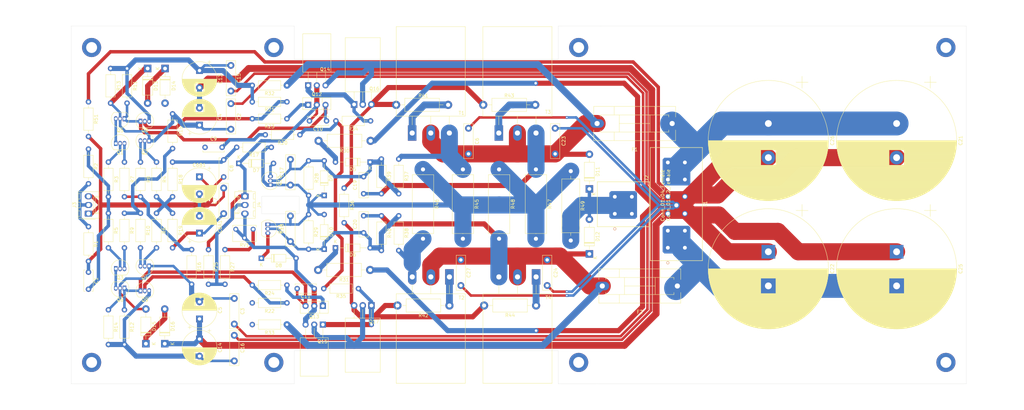
<source format=kicad_pcb>
(kicad_pcb (version 20171130) (host pcbnew "(5.1.5)-3")
  (layers (0 F.Cu signal) (31 B.Cu signal) (34 B.Paste user hide) (35 F.Paste user hide) (36 B.SilkS user) (37 F.SilkS user) (38 B.Mask user hide) (39 F.Mask user hide) (44 Edge.Cuts user))
  (net 0 "")
  (net 1 "Net-(C1-Pad2)")
  (net 2 GNDS)
  (net 3 "Net-(C2-Pad2)")
  (net 4 GND)
  (net 5 "Net-(C3-Pad2)")
  (net 6 "Net-(C23-Pad2)")
  (net 7 "Net-(C6A1-Pad1)")
  (net 8 "Net-(C8-Pad1)")
  (net 9 "Net-(C9-Pad2)")
  (net 10 "Net-(C9-Pad1)")
  (net 11 "Net-(C10-Pad2)")
  (net 12 "Net-(C10-Pad1)")
  (net 13 "Net-(C11-Pad2)")
  (net 14 "Net-(C11-Pad1)")
  (net 15 "Net-(C13-Pad1)")
  (net 16 "Net-(C14-Pad2)")
  (net 17 "Net-(C17-Pad2)")
  (net 18 "Net-(C17-Pad1)")
  (net 19 "Net-(C18-Pad1)")
  (net 20 "Net-(C19-Pad1)")
  (net 21 "Net-(C20-Pad2)")
  (net 22 +VCC)
  (net 23 -VCC)
  (net 24 "Net-(C24-Pad1)")
  (net 25 "Net-(C6A1-Pad2)")
  (net 26 "Net-(D5-Pad2)")
  (net 27 "Net-(D6-Pad1)")
  (net 28 "Net-(D7-Pad2)")
  (net 29 "Net-(D8-Pad1)")
  (net 30 out)
  (net 31 "Net-(D13-Pad2)")
  (net 32 "Net-(D15-Pad1)")
  (net 33 "Net-(J3-Pad2)")
  (net 34 "Net-(Q1-Pad1)")
  (net 35 "Net-(Q1-Pad3)")
  (net 36 "Net-(Q1-Pad2)")
  (net 37 "Net-(Q2-Pad3)")
  (net 38 "Net-(Q2-Pad2)")
  (net 39 "Net-(Q3-Pad1)")
  (net 40 "Net-(Q3-Pad3)")
  (net 41 "Net-(Q3-Pad2)")
  (net 42 "Net-(Q4-Pad3)")
  (net 43 "Net-(Q4-Pad2)")
  (net 44 "Net-(Q8-Pad2)")
  (net 45 "Net-(Q9-Pad2)")
  (net 46 "Net-(Q12-Pad1)")
  (net 47 "Net-(Q13-Pad1)")
  (net 48 "Net-(Q14-Pad1)")
  (net 49 "Net-(Q15-Pad1)")
  (net 50 "Net-(R16-Pad1)")
  (net 51 "Net-(R10-Pad2)")
  (net 52 "Net-(R20-Pad1)")
  (net 53 "Net-(R27-Pad2)")
  (net 54 "Net-(R37-Pad1)")
  (net 55 "Net-(R38-Pad1)")
  (net 56 "Net-(R41-Pad2)")
  (net 57 "Net-(R42-Pad2)")
  (net 58 "Net-(R43-Pad2)")
  (net 59 "Net-(R44-Pad2)")
  (net 60 "Net-(J4-Pad2)")
  (net 61 "Net-(Q16-Pad3)")
  (net 62 "Net-(Q17-Pad3)")
  (module Capacitor_THT:C_Rect_L7.2mm_W2.5mm_P5.00mm_FKS2_FKP2_MKS2_MKP2 (layer F.Cu) (at 157.304 99.615 90)
    (fp_text reference C20 (at 2.5 -2.5 90) (layer F.SilkS))
    (fp_text value "10n/50V film")
    (pad 2 thru_hole circle (at 5 0 90) (size 1.6 1.6) (drill 0.8) (layers *.Cu *.Mask) (net 21 "Net-(C20-Pad2)"))
    (pad 1 thru_hole circle (at 0 0 90) (size 1.6 1.6) (drill 0.8) (layers *.Cu *.Mask) (net 19 "Net-(C18-Pad1)"))
  )
  (module Capacitor_THT:C_Rect_L7.2mm_W2.5mm_P5.00mm_FKS2_FKP2_MKS2_MKP2 (layer F.Cu) (at 157.304 88.138 90)
    (fp_text reference C19 (at 2.5 -2.5 90) (layer F.SilkS))
    (fp_text value "10n/50V film")
    (pad 2 thru_hole circle (at 5 0 90) (size 1.6 1.6) (drill 0.8) (layers *.Cu *.Mask) (net 17 "Net-(C17-Pad2)"))
    (pad 1 thru_hole circle (at 0 0 90) (size 1.6 1.6) (drill 0.8) (layers *.Cu *.Mask) (net 20 "Net-(C19-Pad1)"))
  )
  (module Capacitor_THT:C_Rect_L10.0mm_W2.5mm_P7.50mm_MKS4 (layer F.Cu) (at 185.8 115.04 90)
    (fp_text reference C27 (at 3.7 2.3 90) (layer F.SilkS))
    (fp_text value "100n/100V film")
    (pad 2 thru_hole circle (at 7.5 0 90) (size 2 2) (drill 1) (layers *.Cu *.Mask) (net 24 "Net-(C24-Pad1)"))
    (pad 1 thru_hole circle (at 0 0 90) (size 2 2) (drill 1) (layers *.Cu *.Mask) (net 4 GND))
  )
  (module Capacitor_THT:C_Rect_L10.0mm_W2.5mm_P7.50mm_MKS4 (layer F.Cu) (at 211.1 107.54 270)
    (fp_text reference C24 (at 3.75 -2.5 90) (layer F.SilkS))
    (fp_text value "100n/100V film")
    (pad 2 thru_hole circle (at 7.5 0 270) (size 2 2) (drill 1) (layers *.Cu *.Mask) (net 4 GND))
    (pad 1 thru_hole circle (at 0 0 270) (size 2 2) (drill 1) (layers *.Cu *.Mask) (net 24 "Net-(C24-Pad1)"))
  )
  (module Capacitor_THT:C_Rect_L10.0mm_W2.5mm_P7.50mm_MKS4 (layer F.Cu) (at 213.438 68.961 270)
    (fp_text reference C23 (at 3.75 -2.5 90) (layer F.SilkS))
    (fp_text value "100n/100V film")
    (pad 2 thru_hole circle (at 7.5 0 270) (size 2 2) (drill 1) (layers *.Cu *.Mask) (net 6 "Net-(C23-Pad2)"))
    (pad 1 thru_hole circle (at 0 0 270) (size 2 2) (drill 1) (layers *.Cu *.Mask) (net 4 GND))
  )
  (module Capacitor_THT:C_Rect_L10.0mm_W2.5mm_P7.50mm_MKS4 (layer F.Cu) (at 135.841 102.155 90)
    (fp_text reference C18 (at 3.75 -2.5 90) (layer F.SilkS))
    (fp_text value "100n/50V film")
    (pad 2 thru_hole circle (at 7.5 0 90) (size 2 2) (drill 1) (layers *.Cu *.Mask) (net 18 "Net-(C17-Pad1)"))
    (pad 1 thru_hole circle (at 0 0 90) (size 2 2) (drill 1) (layers *.Cu *.Mask) (net 19 "Net-(C18-Pad1)"))
  )
  (module Capacitor_THT:C_Rect_L10.0mm_W2.5mm_P7.50mm_MKS4 (layer F.Cu) (at 135.841 85.598 90)
    (fp_text reference C17 (at 3.75 -2.5 90) (layer F.SilkS))
    (fp_text value "100n/50V film")
    (pad 2 thru_hole circle (at 7.5 0 90) (size 2 2) (drill 1) (layers *.Cu *.Mask) (net 17 "Net-(C17-Pad2)"))
    (pad 1 thru_hole circle (at 0 0 90) (size 2 2) (drill 1) (layers *.Cu *.Mask) (net 18 "Net-(C17-Pad1)"))
  )
  (module Capacitor_THT:C_Rect_L10.0mm_W2.5mm_P7.50mm_MKS4 (layer F.Cu) (at 119.4 129.64 270)
    (fp_text reference C16 (at 3.7 -2.4 90) (layer F.SilkS))
    (fp_text value "100n/100V film")
    (pad 2 thru_hole circle (at 7.5 0 270) (size 2 2) (drill 1) (layers *.Cu *.Mask) (net 16 "Net-(C14-Pad2)"))
    (pad 1 thru_hole circle (at 0 0 270) (size 2 2) (drill 1) (layers *.Cu *.Mask) (net 4 GND))
  )
  (module Capacitor_THT:C_Rect_L10.0mm_W2.5mm_P7.50mm_MKS4 (layer F.Cu) (at 118.4 50.54 270)
    (fp_text reference C15 (at 3.7 -2.3 90) (layer F.SilkS))
    (fp_text value 100n/100V)
    (pad 2 thru_hole circle (at 7.5 0 270) (size 2 2) (drill 1) (layers *.Cu *.Mask) (net 4 GND))
    (pad 1 thru_hole circle (at 0 0 270) (size 2 2) (drill 1) (layers *.Cu *.Mask) (net 15 "Net-(C13-Pad1)"))
  )
  (module Capacitor_THT:C_Rect_L10.0mm_W2.5mm_P7.50mm_MKS4 (layer F.Cu) (at 116.283 93.98 90)
    (fp_text reference C7 (at 3.75 -2.5 90) (layer F.SilkS))
    (fp_text value "100n/50V film")
    (pad 2 thru_hole circle (at 7.5 0 90) (size 2 2) (drill 1) (layers *.Cu *.Mask) (net 2 GNDS))
    (pad 1 thru_hole circle (at 0 0 90) (size 2 2) (drill 1) (layers *.Cu *.Mask) (net 7 "Net-(C6A1-Pad1)"))
  )
  (module Capacitor_THT:C_Rect_L10.0mm_W2.5mm_P7.50mm_MKS4 (layer F.Cu) (at 188.038 68.961 270)
    (fp_text reference C6 (at 3.75 -2.5 90) (layer F.SilkS))
    (fp_text value "100n/100V film")
    (pad 2 thru_hole circle (at 7.5 0 270) (size 2 2) (drill 1) (layers *.Cu *.Mask) (net 6 "Net-(C23-Pad2)"))
    (pad 1 thru_hole circle (at 0 0 270) (size 2 2) (drill 1) (layers *.Cu *.Mask) (net 4 GND))
  )
  (module Capacitor_THT:C_Rect_L10.0mm_W2.5mm_P7.50mm_MKS4 (layer F.Cu) (at 119.4 126.34 90)
    (fp_text reference C3 (at 3.75 2.4 90) (layer F.SilkS))
    (fp_text value "100n/100V film")
    (pad 2 thru_hole circle (at 7.5 0 90) (size 2 2) (drill 1) (layers *.Cu *.Mask) (net 5 "Net-(C3-Pad2)"))
    (pad 1 thru_hole circle (at 0 0 90) (size 2 2) (drill 1) (layers *.Cu *.Mask) (net 4 GND))
  )
  (module Capacitor_THT:C_Rect_L10.0mm_W2.5mm_P7.50mm_MKS4 (layer F.Cu) (at 118.4 61.74 270)
    (fp_text reference C2 (at 3.8 -2.4 90) (layer F.SilkS))
    (fp_text value "100n/100V film")
    (pad 2 thru_hole circle (at 7.5 0 270) (size 2 2) (drill 1) (layers *.Cu *.Mask) (net 3 "Net-(C2-Pad2)"))
    (pad 1 thru_hole circle (at 0 0 270) (size 2 2) (drill 1) (layers *.Cu *.Mask) (net 4 GND))
  )
  (module Capacitor_THT:CP_Radial_D10.0mm_P5.00mm (layer F.Cu) (at 109.2 130.74 270)
    (fp_text reference C14 (at 2.5 -6 90) (layer F.SilkS))
    (fp_text value 100u/63V)
    (pad 2 thru_hole circle (at 5 0 270) (size 2 2) (drill 1) (layers *.Cu *.Mask) (net 16 "Net-(C14-Pad2)"))
    (pad 1 thru_hole rect (at 0 0 270) (size 2 2) (drill 1) (layers *.Cu *.Mask) (net 4 GND))
  )
  (module Capacitor_THT:CP_Radial_D10.0mm_P5.00mm (layer F.Cu) (at 109.2 52.04 270)
    (fp_text reference C13 (at 2.5 -6.1 90) (layer F.SilkS))
    (fp_text value 100u/63V)
    (pad 2 thru_hole circle (at 5 0 270) (size 2 2) (drill 1) (layers *.Cu *.Mask) (net 4 GND))
    (pad 1 thru_hole rect (at 0 0 270) (size 2 2) (drill 1) (layers *.Cu *.Mask) (net 15 "Net-(C13-Pad1)"))
  )
  (module Capacitor_THT:CP_Radial_D10.0mm_P5.00mm (layer F.Cu) (at 109.2 124.84 90)
    (fp_text reference C5 (at 2.56 6.016 90) (layer F.SilkS))
    (fp_text value 100u/63V)
    (pad 2 thru_hole circle (at 5 0 90) (size 2 2) (drill 1) (layers *.Cu *.Mask) (net 5 "Net-(C3-Pad2)"))
    (pad 1 thru_hole rect (at 0 0 90) (size 2 2) (drill 1) (layers *.Cu *.Mask) (net 4 GND))
  )
  (module Capacitor_THT:CP_Radial_D10.0mm_P5.00mm (layer F.Cu) (at 109.2 68.04 90)
    (fp_text reference C4 (at 2.4 6 90) (layer F.SilkS))
    (fp_text value 100u/63V)
    (pad 2 thru_hole circle (at 5 0 90) (size 2 2) (drill 1) (layers *.Cu *.Mask) (net 4 GND))
    (pad 1 thru_hole rect (at 0 0 90) (size 2 2) (drill 1) (layers *.Cu *.Mask) (net 3 "Net-(C2-Pad2)"))
  )
  (module Resistor_THT:R_Axial_DIN0411_L9.9mm_D3.6mm_P15.24mm_Horizontal (layer F.Cu) (at 192.356 62.103)
    (fp_text reference R43 (at 7.62 -2.713) (layer F.SilkS))
    (fp_text value "10R 0,5W")
    (pad 2 thru_hole oval (at 15.24 0) (size 2.4 2.4) (drill 1.2) (layers *.Cu *.Mask) (net 58 "Net-(R43-Pad2)"))
    (pad 1 thru_hole circle (at 0 0) (size 2.4 2.4) (drill 1.2) (layers *.Cu *.Mask) (net 61 "Net-(Q16-Pad3)"))
  )
  (module Package_TO_SOT_THT:TO-126-3_Vertical (layer F.Cu) (at 145.366 121.031 180)
    (fp_text reference Q13 (at 2.54 -3.12) (layer F.SilkS))
    (fp_text value BF469)
    (pad 3 thru_hole oval (at 5.08 0 180) (size 1.8 1.8) (drill 1) (layers *.Cu *.Mask) (net 13 "Net-(C11-Pad2)"))
    (pad 2 thru_hole oval (at 2.54 0 180) (size 1.8 1.8) (drill 1) (layers *.Cu *.Mask) (net 14 "Net-(C11-Pad1)"))
    (pad 1 thru_hole rect (at 0 0 180) (size 1.8 1.8) (drill 1) (layers *.Cu *.Mask) (net 47 "Net-(Q13-Pad1)"))
  )
  (module Package_TO_SOT_THT:TO-126-3_Vertical (layer F.Cu) (at 141.048 62.103)
    (fp_text reference Q12 (at 2.54 -3.12) (layer F.SilkS))
    (fp_text value BF470)
    (pad 3 thru_hole oval (at 5.08 0) (size 1.8 1.8) (drill 1) (layers *.Cu *.Mask) (net 11 "Net-(C10-Pad2)"))
    (pad 2 thru_hole oval (at 2.54 0) (size 1.8 1.8) (drill 1) (layers *.Cu *.Mask) (net 12 "Net-(C10-Pad1)"))
    (pad 1 thru_hole rect (at 0 0) (size 1.8 1.8) (drill 1) (layers *.Cu *.Mask) (net 46 "Net-(Q12-Pad1)"))
  )
  (module MountingHole:MountingHole_3.2mm_M3_DIN965_Pad (layer F.Cu) (at 77.579 45.289)
    (fp_text reference " " (at 0 -3.8) (layer F.SilkS))
    (fp_text value MountingHole_3.2mm_M3_DIN965_Pad)
    (pad 1 thru_hole circle (at 0 0) (size 5.6 5.6) (drill 3.2) (layers *.Cu *.Mask))
  )
  (module MountingHole:MountingHole_3.2mm_M3_DIN965_Pad (layer F.Cu) (at 77.579 137.591)
    (fp_text reference " " (at 0 -3.8) (layer F.SilkS))
    (fp_text value MountingHole_3.2mm_M3_DIN965_Pad)
    (pad 1 thru_hole circle (at 0 0) (size 5.6 5.6) (drill 3.2) (layers *.Cu *.Mask))
  )
  (module MountingHole:MountingHole_3.2mm_M3_DIN965_Pad (layer F.Cu) (at 327.961 137.591)
    (fp_text reference " " (at 0 -3.8) (layer F.SilkS))
    (fp_text value MountingHole_3.2mm_M3_DIN965_Pad)
    (pad 1 thru_hole circle (at 0 0) (size 5.6 5.6) (drill 3.2) (layers *.Cu *.Mask))
  )
  (module MountingHole:MountingHole_3.2mm_M3_DIN965_Pad (layer F.Cu) (at 327.961 45.289)
    (fp_text reference " " (at 0 -3.8) (layer F.SilkS))
    (fp_text value MountingHole_3.2mm_M3_DIN965_Pad)
    (pad 1 thru_hole circle (at 0 0) (size 5.6 5.6) (drill 3.2) (layers *.Cu *.Mask))
  )
  (module Connector_Molex:Molex_KK-254_AE-6410-03A_1x03_P2.54mm_Vertical (layer F.Cu) (at 122.506 88.9 270)
    (fp_text reference J4 (at 2.54 -4.12 90) (layer F.SilkS))
    (fp_text value Conn_01x03_Female)
    (pad 3 thru_hole oval (at 5.08 0 270) (size 1.74 2.2) (drill 1.2) (layers *.Cu *.Mask) (net 14 "Net-(C11-Pad1)"))
    (pad 2 thru_hole oval (at 2.54 0 270) (size 1.74 2.2) (drill 1.2) (layers *.Cu *.Mask) (net 60 "Net-(J4-Pad2)"))
    (pad 1 thru_hole roundrect (at 0 0 270) (size 1.74 2.2) (drill 1.2) (layers *.Cu *.Mask) (roundrect_rratio 0.143678) (net 12 "Net-(C10-Pad1)"))
  )
  (module Fuse_Holders_and_Fuses:Fuseholder5x20_horiz_SemiClosed_Casing10x25mm (layer F.Cu) (at 249.252 115.189 180)
    (fp_text reference F2 (at 11 -7.62) (layer F.SilkS))
    (fp_text value Fuse)
    (pad 1 thru_hole oval (at 0 0 90) (size 2.5 4) (drill 1.5) (layers *.Cu *.Mask) (net 23 -VCC))
    (pad 2 thru_hole oval (at 22 0 90) (size 2.5 4) (drill 1.5) (layers *.Cu *.Mask) (net 24 "Net-(C24-Pad1)"))
  )
  (module Fuse_Holders_and_Fuses:Fuseholder5x20_horiz_SemiClosed_Casing10x25mm (layer F.Cu) (at 247.728 67.564 180)
    (fp_text reference F1 (at 11 -7.62) (layer F.SilkS))
    (fp_text value Fuse)
    (pad 1 thru_hole oval (at 0 0 90) (size 2.5 4) (drill 1.5) (layers *.Cu *.Mask) (net 22 +VCC))
    (pad 2 thru_hole oval (at 22 0 90) (size 2.5 4) (drill 1.5) (layers *.Cu *.Mask) (net 6 "Net-(C23-Pad2)"))
  )
  (module LeachAmp_library:Wago-256-402 (layer F.Cu) (at 230.917 94.027 90)
    (fp_text reference J2 (at 10.437 9.383 90) (layer F.SilkS))
    (fp_text value Conn_01x04_Female (at 5.387 14.033 90) (layer F.SilkS))
    (pad 4 thru_hole circle (at 5 5 90) (size 1.6256 1.6256) (drill 1.1176) (layers *.Cu *.Mask) (net 30 out))
    (pad 3 thru_hole circle (at 5 0 90) (size 1.6256 1.6256) (drill 1.1176) (layers *.Cu *.Mask) (net 30 out))
    (pad 2 thru_hole circle (at 0 5 90) (size 1.6256 1.6256) (drill 1.1176) (layers *.Cu *.Mask) (net 30 out))
    (pad 1 thru_hole circle (at 0 0 90) (size 1.6256 1.6256) (drill 1.1176) (layers *.Cu *.Mask) (net 30 out))
  )
  (module LeachAmp_library:Wago-256-406 (layer F.Cu) (at 246.458 103.98 90)
    (fp_text reference J1 (at 12.84 10.992 90) (layer F.SilkS))
    (fp_text value Conn_01x12_Female (at 15.44 0.142 90) (layer F.SilkS))
    (pad 12 thru_hole circle (at 25.000001 5 90) (size 1.6256 1.6256) (drill 1.1176) (layers *.Cu *.Mask) (net 22 +VCC))
    (pad 11 thru_hole circle (at 25.000001 0 90) (size 1.6256 1.6256) (drill 1.1176) (layers *.Cu *.Mask) (net 22 +VCC))
    (pad 10 thru_hole circle (at 20 5 90) (size 1.6256 1.6256) (drill 1.1176) (layers *.Cu *.Mask) (net 22 +VCC))
    (pad 9 thru_hole circle (at 20 0 90) (size 1.6256 1.6256) (drill 1.1176) (layers *.Cu *.Mask) (net 22 +VCC))
    (pad 8 thru_hole circle (at 15 5 90) (size 1.6256 1.6256) (drill 1.1176) (layers *.Cu *.Mask) (net 4 GND))
    (pad 7 thru_hole circle (at 15 0 90) (size 1.6256 1.6256) (drill 1.1176) (layers *.Cu *.Mask) (net 4 GND))
    (pad 6 thru_hole circle (at 10 5 90) (size 1.6256 1.6256) (drill 1.1176) (layers *.Cu *.Mask) (net 4 GND))
    (pad 5 thru_hole circle (at 10 0 90) (size 1.6256 1.6256) (drill 1.1176) (layers *.Cu *.Mask) (net 4 GND))
    (pad 4 thru_hole circle (at 5 5 90) (size 1.6256 1.6256) (drill 1.1176) (layers *.Cu *.Mask) (net 23 -VCC))
    (pad 3 thru_hole circle (at 5 0 90) (size 1.6256 1.6256) (drill 1.1176) (layers *.Cu *.Mask) (net 23 -VCC))
    (pad 2 thru_hole circle (at 0 5 90) (size 1.6256 1.6256) (drill 1.1176) (layers *.Cu *.Mask) (net 23 -VCC))
    (pad 1 thru_hole circle (at 0 0 90) (size 1.6256 1.6256) (drill 1.1176) (layers *.Cu *.Mask) (net 23 -VCC))
  )
  (module MountingHole:MountingHole_3.2mm_M3_DIN965_Pad (layer F.Cu) (at 220.327 45.288)
    (fp_text reference " " (at 0 -3.8) (layer F.SilkS))
    (fp_text value MountingHole_3.2mm_M3_DIN965_Pad)
    (pad 1 thru_hole circle (at 0 0) (size 5.6 5.6) (drill 3.2) (layers *.Cu *.Mask))
  )
  (module MountingHole:MountingHole_3.2mm_M3_DIN965_Pad (layer F.Cu) (at 130.984 45.288)
    (fp_text reference " " (at 0 -3.8) (layer F.SilkS))
    (fp_text value MountingHole_3.2mm_M3_DIN965_Pad)
    (pad 1 thru_hole circle (at 0 0) (size 5.6 5.6) (drill 3.2) (layers *.Cu *.Mask))
  )
  (module MountingHole:MountingHole_3.2mm_M3_DIN965_Pad (layer F.Cu) (at 220.327 137.592)
    (fp_text reference " " (at 0 -3.8) (layer F.SilkS))
    (fp_text value MountingHole_3.2mm_M3_DIN965_Pad)
    (pad 1 thru_hole circle (at 0 0) (size 5.6 5.6) (drill 3.2) (layers *.Cu *.Mask))
  )
  (module MountingHole:MountingHole_3.2mm_M3_DIN965_Pad (layer F.Cu) (at 130.984 137.592)
    (fp_text reference " " (at 0 -3.8) (layer F.SilkS))
    (fp_text value MountingHole_3.2mm_M3_DIN965_Pad)
    (pad 1 thru_hole circle (at 0 0) (size 5.6 5.6) (drill 3.2) (layers *.Cu *.Mask))
  )
  (module Package_TO_SOT_THT:TO-264-3_Horizontal_TabDown (layer F.Cu) (at 207.85 112.522 180)
    (fp_text reference T4 (at -3.6 -6.068) (layer F.SilkS))
    (fp_text value MJL3201)
    (pad 3 thru_hole oval (at 10.9 0 180) (size 2.5 4.5) (drill 1.5) (layers *.Cu *.Mask) (net 21 "Net-(C20-Pad2)"))
    (pad 2 thru_hole oval (at 5.45 0 180) (size 2.5 4.5) (drill 1.5) (layers *.Cu *.Mask) (net 24 "Net-(C24-Pad1)"))
    (pad 1 thru_hole rect (at 0 0 180) (size 2.5 4.5) (drill 1.5) (layers *.Cu *.Mask) (net 59 "Net-(R44-Pad2)"))
    (pad "" np_thru_hole oval (at 5.45 -25.08 180) (size 3.3 3.3) (drill 3.3) (layers *.Cu *.Mask))
  )
  (module Package_TO_SOT_THT:TO-264-3_Horizontal_TabDown (layer F.Cu) (at 196.928 70.358)
    (fp_text reference T3 (at 14.422 -6.168) (layer F.SilkS))
    (fp_text value MJL3281)
    (pad 3 thru_hole oval (at 10.9 0) (size 2.5 4.5) (drill 1.5) (layers *.Cu *.Mask) (net 20 "Net-(C19-Pad1)"))
    (pad 2 thru_hole oval (at 5.45 0) (size 2.5 4.5) (drill 1.5) (layers *.Cu *.Mask) (net 6 "Net-(C23-Pad2)"))
    (pad 1 thru_hole rect (at 0 0) (size 2.5 4.5) (drill 1.5) (layers *.Cu *.Mask) (net 58 "Net-(R43-Pad2)"))
    (pad "" np_thru_hole oval (at 5.45 -25.08) (size 3.3 3.3) (drill 3.3) (layers *.Cu *.Mask))
  )
  (module Package_TO_SOT_THT:TO-264-3_Horizontal_TabDown (layer F.Cu) (at 182.45 112.522 180)
    (fp_text reference T2 (at -3.55 -6.118) (layer F.SilkS))
    (fp_text value MJL3201)
    (pad 3 thru_hole oval (at 10.9 0 180) (size 2.5 4.5) (drill 1.5) (layers *.Cu *.Mask) (net 55 "Net-(R38-Pad1)"))
    (pad 2 thru_hole oval (at 5.45 0 180) (size 2.5 4.5) (drill 1.5) (layers *.Cu *.Mask) (net 24 "Net-(C24-Pad1)"))
    (pad 1 thru_hole rect (at 0 0 180) (size 2.5 4.5) (drill 1.5) (layers *.Cu *.Mask) (net 57 "Net-(R42-Pad2)"))
    (pad "" np_thru_hole oval (at 5.45 -25.08 180) (size 3.3 3.3) (drill 3.3) (layers *.Cu *.Mask))
  )
  (module Package_TO_SOT_THT:TO-264-3_Horizontal_TabDown (layer F.Cu) (at 171.528 70.358)
    (fp_text reference T1 (at 14.472 -5.868) (layer F.SilkS))
    (fp_text value MJL3281)
    (pad 3 thru_hole oval (at 10.9 0) (size 2.5 4.5) (drill 1.5) (layers *.Cu *.Mask) (net 54 "Net-(R37-Pad1)"))
    (pad 2 thru_hole oval (at 5.45 0) (size 2.5 4.5) (drill 1.5) (layers *.Cu *.Mask) (net 6 "Net-(C23-Pad2)"))
    (pad 1 thru_hole rect (at 0 0) (size 2.5 4.5) (drill 1.5) (layers *.Cu *.Mask) (net 56 "Net-(R41-Pad2)"))
    (pad "" np_thru_hole oval (at 5.45 -25.08) (size 3.3 3.3) (drill 3.3) (layers *.Cu *.Mask))
  )
  (module Potentiometer_THT:Potentiometer_Bourns_3266W_Vertical (layer F.Cu) (at 124.919 98.552)
    (fp_text reference RV1 (at -2.54 4.6355) (layer F.SilkS))
    (fp_text value 2k)
    (pad 3 thru_hole circle (at -5.08 0) (size 1.44 1.44) (drill 0.8) (layers *.Cu *.Mask) (net 14 "Net-(C11-Pad1)"))
    (pad 2 thru_hole circle (at -2.54 2.54) (size 1.44 1.44) (drill 0.8) (layers *.Cu *.Mask) (net 14 "Net-(C11-Pad1)"))
    (pad 1 thru_hole circle (at 0 0) (size 1.44 1.44) (drill 0.8) (layers *.Cu *.Mask) (net 53 "Net-(R27-Pad2)"))
  )
  (module Resistor_THT:R_Axial_DIN0207_L6.3mm_D2.5mm_P10.16mm_Horizontal (layer F.Cu) (at 76.659 61.214 270)
    (fp_text reference R51 (at 5.08 -2.2225 90) (layer F.SilkS))
    (fp_text value 82R)
    (pad 2 thru_hole oval (at 10.16 0 270) (size 1.6 1.6) (drill 0.8) (layers *.Cu *.Mask) (net 2 GNDS))
    (pad 1 thru_hole circle (at 0 0 270) (size 1.6 1.6) (drill 0.8) (layers *.Cu *.Mask) (net 4 GND))
  )
  (module Resistor_THT:R_Axial_DIN0516_L15.5mm_D5.0mm_P20.32mm_Horizontal (layer F.Cu) (at 218.01 101.854 90)
    (fp_text reference R49 (at 10.16 3.556 90) (layer F.SilkS))
    (fp_text value "10R 2W")
    (pad 2 thru_hole oval (at 20.32 0 90) (size 2.4 2.4) (drill 1.2) (layers *.Cu *.Mask) (net 18 "Net-(C17-Pad1)"))
    (pad 1 thru_hole circle (at 0 0 90) (size 2.4 2.4) (drill 1.2) (layers *.Cu *.Mask) (net 30 out))
  )
  (module Resistor_THT:R_Axial_DIN0617_L17.0mm_D6.0mm_P20.32mm_Horizontal (layer F.Cu) (at 197 101.34 90)
    (fp_text reference R48 (at 10.16 4.0715 90) (layer F.SilkS))
    (fp_text value "0,33R 5W")
    (pad 2 thru_hole oval (at 20.32 0 90) (size 2.4 2.4) (drill 1.2) (layers *.Cu *.Mask) (net 18 "Net-(C17-Pad1)"))
    (pad 1 thru_hole circle (at 0 0 90) (size 2.4 2.4) (drill 1.2) (layers *.Cu *.Mask) (net 21 "Net-(C20-Pad2)"))
  )
  (module Resistor_THT:R_Axial_DIN0617_L17.0mm_D6.0mm_P20.32mm_Horizontal (layer F.Cu) (at 207.8 101.34 90)
    (fp_text reference R47 (at 10.16 4.0715 90) (layer F.SilkS))
    (fp_text value "0,33R 5W")
    (pad 2 thru_hole oval (at 20.32 0 90) (size 2.4 2.4) (drill 1.2) (layers *.Cu *.Mask) (net 20 "Net-(C19-Pad1)"))
    (pad 1 thru_hole circle (at 0 0 90) (size 2.4 2.4) (drill 1.2) (layers *.Cu *.Mask) (net 18 "Net-(C17-Pad1)"))
  )
  (module Resistor_THT:R_Axial_DIN0617_L17.0mm_D6.0mm_P20.32mm_Horizontal (layer F.Cu) (at 174.7 101.34 90)
    (fp_text reference R46 (at 10.16 4.0715 90) (layer F.SilkS))
    (fp_text value "0,33R 5W")
    (pad 2 thru_hole oval (at 20.32 0 90) (size 2.4 2.4) (drill 1.2) (layers *.Cu *.Mask) (net 18 "Net-(C17-Pad1)"))
    (pad 1 thru_hole circle (at 0 0 90) (size 2.4 2.4) (drill 1.2) (layers *.Cu *.Mask) (net 55 "Net-(R38-Pad1)"))
  )
  (module Resistor_THT:R_Axial_DIN0617_L17.0mm_D6.0mm_P20.32mm_Horizontal (layer F.Cu) (at 186.4 101.34 90)
    (fp_text reference R45 (at 10.16 4.0715 90) (layer F.SilkS))
    (fp_text value "0,33R 5W")
    (pad 2 thru_hole oval (at 20.32 0 90) (size 2.4 2.4) (drill 1.2) (layers *.Cu *.Mask) (net 54 "Net-(R37-Pad1)"))
    (pad 1 thru_hole circle (at 0 0 90) (size 2.4 2.4) (drill 1.2) (layers *.Cu *.Mask) (net 18 "Net-(C17-Pad1)"))
  )
  (module Resistor_THT:R_Axial_DIN0411_L9.9mm_D3.6mm_P15.24mm_Horizontal (layer F.Cu) (at 192.61 120.904)
    (fp_text reference R44 (at 7.62 2.8575) (layer F.SilkS))
    (fp_text value "10R 0,5W")
    (pad 2 thru_hole oval (at 15.24 0) (size 2.4 2.4) (drill 1.2) (layers *.Cu *.Mask) (net 59 "Net-(R44-Pad2)"))
    (pad 1 thru_hole circle (at 0 0) (size 2.4 2.4) (drill 1.2) (layers *.Cu *.Mask) (net 62 "Net-(Q17-Pad3)"))
  )
  (module Resistor_THT:R_Axial_DIN0411_L9.9mm_D3.6mm_P15.24mm_Horizontal (layer F.Cu) (at 167.21 120.904)
    (fp_text reference R42 (at 7.62 2.921) (layer F.SilkS))
    (fp_text value "10R 0,5 W")
    (pad 2 thru_hole oval (at 15.24 0) (size 2.4 2.4) (drill 1.2) (layers *.Cu *.Mask) (net 57 "Net-(R42-Pad2)"))
    (pad 1 thru_hole circle (at 0 0) (size 2.4 2.4) (drill 1.2) (layers *.Cu *.Mask) (net 62 "Net-(Q17-Pad3)"))
  )
  (module Resistor_THT:R_Axial_DIN0411_L9.9mm_D3.6mm_P15.24mm_Horizontal (layer F.Cu) (at 166.829 62.103)
    (fp_text reference R41 (at 7.971 -2.713) (layer F.SilkS))
    (fp_text value "10R 0,5W")
    (pad 2 thru_hole oval (at 15.24 0) (size 2.4 2.4) (drill 1.2) (layers *.Cu *.Mask) (net 56 "Net-(R41-Pad2)"))
    (pad 1 thru_hole circle (at 0 0) (size 2.4 2.4) (drill 1.2) (layers *.Cu *.Mask) (net 61 "Net-(Q16-Pad3)"))
  )
  (module Resistor_THT:R_Axial_DIN0207_L6.3mm_D2.5mm_P10.16mm_Horizontal (layer F.Cu) (at 162.511 104.775 90)
    (fp_text reference R40 (at 5.08 2.3495 90) (layer F.SilkS))
    (fp_text value 680R)
    (pad 2 thru_hole oval (at 10.16 0 90) (size 1.6 1.6) (drill 0.8) (layers *.Cu *.Mask) (net 21 "Net-(C20-Pad2)"))
    (pad 1 thru_hole circle (at 0 0 90) (size 1.6 1.6) (drill 0.8) (layers *.Cu *.Mask) (net 19 "Net-(C18-Pad1)"))
  )
  (module Resistor_THT:R_Axial_DIN0207_L6.3mm_D2.5mm_P10.16mm_Horizontal (layer F.Cu) (at 162.511 88.138 90)
    (fp_text reference R39 (at 5.08 2.286 90) (layer F.SilkS))
    (fp_text value 680R)
    (pad 2 thru_hole oval (at 10.16 0 90) (size 1.6 1.6) (drill 0.8) (layers *.Cu *.Mask) (net 17 "Net-(C17-Pad2)"))
    (pad 1 thru_hole circle (at 0 0 90) (size 1.6 1.6) (drill 0.8) (layers *.Cu *.Mask) (net 20 "Net-(C19-Pad1)"))
  )
  (module Resistor_THT:R_Axial_DIN0207_L6.3mm_D2.5mm_P10.16mm_Horizontal (layer F.Cu) (at 167.591 104.775 90)
    (fp_text reference R38 (at 5.08 2.286 90) (layer F.SilkS))
    (fp_text value 680R)
    (pad 2 thru_hole oval (at 10.16 0 90) (size 1.6 1.6) (drill 0.8) (layers *.Cu *.Mask) (net 19 "Net-(C18-Pad1)"))
    (pad 1 thru_hole circle (at 0 0 90) (size 1.6 1.6) (drill 0.8) (layers *.Cu *.Mask) (net 55 "Net-(R38-Pad1)"))
  )
  (module Resistor_THT:R_Axial_DIN0207_L6.3mm_D2.5mm_P10.16mm_Horizontal (layer F.Cu) (at 167.591 77.978 270)
    (fp_text reference R37 (at 5.08 -2.286 90) (layer F.SilkS))
    (fp_text value 680R)
    (pad 2 thru_hole oval (at 10.16 0 270) (size 1.6 1.6) (drill 0.8) (layers *.Cu *.Mask) (net 17 "Net-(C17-Pad2)"))
    (pad 1 thru_hole circle (at 0 0 270) (size 1.6 1.6) (drill 0.8) (layers *.Cu *.Mask) (net 54 "Net-(R37-Pad1)"))
  )
  (module Resistor_THT:R_Axial_DIN0207_L6.3mm_D2.5mm_P10.16mm_Horizontal (layer F.Cu) (at 151.589 86.487 270)
    (fp_text reference R36 (at 5.08 -2.37 90) (layer F.SilkS))
    (fp_text value 220R)
    (pad 2 thru_hole oval (at 10.16 0 270) (size 1.6 1.6) (drill 0.8) (layers *.Cu *.Mask) (net 62 "Net-(Q17-Pad3)"))
    (pad 1 thru_hole circle (at 0 0 270) (size 1.6 1.6) (drill 0.8) (layers *.Cu *.Mask) (net 61 "Net-(Q16-Pad3)"))
  )
  (module Resistor_THT:R_Axial_DIN0207_L6.3mm_D2.5mm_P10.16mm_Horizontal (layer F.Cu) (at 145.62 115.951)
    (fp_text reference R35 (at 5.08 2.2225) (layer F.SilkS))
    (fp_text value 330R)
    (pad 2 thru_hole oval (at 10.16 0) (size 1.6 1.6) (drill 0.8) (layers *.Cu *.Mask) (net 49 "Net-(Q15-Pad1)"))
    (pad 1 thru_hole circle (at 0 0) (size 1.6 1.6) (drill 0.8) (layers *.Cu *.Mask) (net 52 "Net-(R20-Pad1)"))
  )
  (module Resistor_THT:R_Axial_DIN0207_L6.3mm_D2.5mm_P10.16mm_Horizontal (layer F.Cu) (at 159.336 66.802 180)
    (fp_text reference R34 (at 5.08 -2.37) (layer F.SilkS))
    (fp_text value 330R)
    (pad 2 thru_hole oval (at 10.16 0 180) (size 1.6 1.6) (drill 0.8) (layers *.Cu *.Mask) (net 52 "Net-(R20-Pad1)"))
    (pad 1 thru_hole circle (at 0 0 180) (size 1.6 1.6) (drill 0.8) (layers *.Cu *.Mask) (net 48 "Net-(Q14-Pad1)"))
  )
  (module Resistor_THT:R_Axial_DIN0207_L6.3mm_D2.5mm_P10.16mm_Horizontal (layer F.Cu) (at 124.665 126.492)
    (fp_text reference R33 (at 5.08 2.3925) (layer F.SilkS))
    (fp_text value 82R)
    (pad 2 thru_hole oval (at 10.16 0) (size 1.6 1.6) (drill 0.8) (layers *.Cu *.Mask) (net 24 "Net-(C24-Pad1)"))
    (pad 1 thru_hole circle (at 0 0) (size 1.6 1.6) (drill 0.8) (layers *.Cu *.Mask) (net 16 "Net-(C14-Pad2)"))
  )
  (module Resistor_THT:R_Axial_DIN0207_L6.3mm_D2.5mm_P10.16mm_Horizontal (layer F.Cu) (at 134.825 56.388 180)
    (fp_text reference R32 (at 5.08 -2.37) (layer F.SilkS))
    (fp_text value 82R)
    (pad 2 thru_hole oval (at 10.16 0 180) (size 1.6 1.6) (drill 0.8) (layers *.Cu *.Mask) (net 15 "Net-(C13-Pad1)"))
    (pad 1 thru_hole circle (at 0 0 180) (size 1.6 1.6) (drill 0.8) (layers *.Cu *.Mask) (net 6 "Net-(C23-Pad2)"))
  )
  (module Resistor_THT:R_Axial_DIN0411_L9.9mm_D3.6mm_P15.24mm_Horizontal (layer F.Cu) (at 143.969 110.49)
    (fp_text reference R31 (at 7.62 2.8575) (layer F.SilkS))
    (fp_text value "3k9 0,5W")
    (pad 2 thru_hole oval (at 15.24 0) (size 2.4 2.4) (drill 1.2) (layers *.Cu *.Mask) (net 4 GND))
    (pad 1 thru_hole circle (at 0 0) (size 2.4 2.4) (drill 1.2) (layers *.Cu *.Mask) (net 27 "Net-(D6-Pad1)"))
  )
  (module Resistor_THT:R_Axial_DIN0411_L9.9mm_D3.6mm_P15.24mm_Horizontal (layer F.Cu) (at 159.336 72.644 180)
    (fp_text reference R30 (at 7.62 -2.92) (layer F.SilkS))
    (fp_text value "3k9 0,5W")
    (pad 2 thru_hole oval (at 15.24 0 180) (size 2.4 2.4) (drill 1.2) (layers *.Cu *.Mask) (net 26 "Net-(D5-Pad2)"))
    (pad 1 thru_hole circle (at 0 0 180) (size 2.4 2.4) (drill 1.2) (layers *.Cu *.Mask) (net 4 GND))
  )
  (module Resistor_THT:R_Axial_DIN0207_L6.3mm_D2.5mm_P10.16mm_Horizontal (layer F.Cu) (at 141.175 94.234 270)
    (fp_text reference R29 (at 5.1435 -2.2225 90) (layer F.SilkS))
    (fp_text value 270R)
    (pad 2 thru_hole oval (at 10.16 0 270) (size 1.6 1.6) (drill 0.8) (layers *.Cu *.Mask) (net 19 "Net-(C18-Pad1)"))
    (pad 1 thru_hole circle (at 0 0 270) (size 1.6 1.6) (drill 0.8) (layers *.Cu *.Mask) (net 18 "Net-(C17-Pad1)"))
  )
  (module Resistor_THT:R_Axial_DIN0207_L6.3mm_D2.5mm_P10.16mm_Horizontal (layer F.Cu) (at 141.175 78.486 270)
    (fp_text reference R28 (at 5.08 -2.37 90) (layer F.SilkS))
    (fp_text value 270R)
    (pad 2 thru_hole oval (at 10.16 0 270) (size 1.6 1.6) (drill 0.8) (layers *.Cu *.Mask) (net 18 "Net-(C17-Pad1)"))
    (pad 1 thru_hole circle (at 0 0 270) (size 1.6 1.6) (drill 0.8) (layers *.Cu *.Mask) (net 17 "Net-(C17-Pad2)"))
  )
  (module Resistor_THT:R_Axial_DIN0207_L6.3mm_D2.5mm_P10.16mm_Horizontal (layer F.Cu) (at 116.664 114.681 90)
    (fp_text reference R27 (at 5.08 2.202 90) (layer F.SilkS))
    (fp_text value 1k2)
    (pad 2 thru_hole oval (at 10.16 0 90) (size 1.6 1.6) (drill 0.8) (layers *.Cu *.Mask) (net 53 "Net-(R27-Pad2)"))
    (pad 1 thru_hole circle (at 0 0 90) (size 1.6 1.6) (drill 0.8) (layers *.Cu *.Mask) (net 60 "Net-(J4-Pad2)"))
  )
  (module Resistor_THT:R_Axial_DIN0207_L6.3mm_D2.5mm_P10.16mm_Horizontal (layer F.Cu) (at 111.838 114.681 90)
    (fp_text reference R25 (at 5.08 2.202 90) (layer F.SilkS))
    (fp_text value 8k2)
    (pad 2 thru_hole oval (at 10.16 0 90) (size 1.6 1.6) (drill 0.8) (layers *.Cu *.Mask) (net 12 "Net-(C10-Pad1)"))
    (pad 1 thru_hole circle (at 0 0 90) (size 1.6 1.6) (drill 0.8) (layers *.Cu *.Mask) (net 60 "Net-(J4-Pad2)"))
  )
  (module Resistor_THT:R_Axial_DIN0207_L6.3mm_D2.5mm_P10.16mm_Horizontal (layer F.Cu) (at 124.665 114.935)
    (fp_text reference R24 (at 5.08 2.3925) (layer F.SilkS))
    (fp_text value 360R)
    (pad 2 thru_hole oval (at 10.16 0) (size 1.6 1.6) (drill 0.8) (layers *.Cu *.Mask) (net 47 "Net-(Q13-Pad1)"))
    (pad 1 thru_hole circle (at 0 0) (size 1.6 1.6) (drill 0.8) (layers *.Cu *.Mask) (net 45 "Net-(Q9-Pad2)"))
  )
  (module Resistor_THT:R_Axial_DIN0207_L6.3mm_D2.5mm_P10.16mm_Horizontal (layer F.Cu) (at 124.665 66.167)
    (fp_text reference R23 (at 5.08 2.2655) (layer F.SilkS))
    (fp_text value 360R)
    (pad 2 thru_hole oval (at 10.16 0) (size 1.6 1.6) (drill 0.8) (layers *.Cu *.Mask) (net 46 "Net-(Q12-Pad1)"))
    (pad 1 thru_hole circle (at 0 0) (size 1.6 1.6) (drill 0.8) (layers *.Cu *.Mask) (net 44 "Net-(Q8-Pad2)"))
  )
  (module Resistor_THT:R_Axial_DIN0207_L6.3mm_D2.5mm_P10.16mm_Horizontal (layer F.Cu) (at 124.665 120.142)
    (fp_text reference R22 (at 5.08 2.3925) (layer F.SilkS))
    (fp_text value 30R)
    (pad 2 thru_hole oval (at 10.16 0) (size 1.6 1.6) (drill 0.8) (layers *.Cu *.Mask) (net 45 "Net-(Q9-Pad2)"))
    (pad 1 thru_hole circle (at 0 0) (size 1.6 1.6) (drill 0.8) (layers *.Cu *.Mask) (net 16 "Net-(C14-Pad2)"))
  )
  (module Resistor_THT:R_Axial_DIN0207_L6.3mm_D2.5mm_P10.16mm_Horizontal (layer F.Cu) (at 124.665 61.214)
    (fp_text reference R21 (at 5.08 2.2655) (layer F.SilkS))
    (fp_text value 30R)
    (pad 2 thru_hole oval (at 10.16 0) (size 1.6 1.6) (drill 0.8) (layers *.Cu *.Mask) (net 44 "Net-(Q8-Pad2)"))
    (pad 1 thru_hole circle (at 0 0) (size 1.6 1.6) (drill 0.8) (layers *.Cu *.Mask) (net 15 "Net-(C13-Pad1)"))
  )
  (module Resistor_THT:R_Axial_DIN0207_L6.3mm_D2.5mm_P10.16mm_Horizontal (layer F.Cu) (at 138.635 70.866 180)
    (fp_text reference R20 (at 5.08 -2.37) (layer F.SilkS))
    (fp_text value 22k)
    (pad 2 thru_hole oval (at 10.16 0 180) (size 1.6 1.6) (drill 0.8) (layers *.Cu *.Mask) (net 9 "Net-(C9-Pad2)"))
    (pad 1 thru_hole circle (at 0 0 180) (size 1.6 1.6) (drill 0.8) (layers *.Cu *.Mask) (net 52 "Net-(R20-Pad1)"))
  )
  (module Resistor_THT:R_Axial_DIN0207_L6.3mm_D2.5mm_P10.16mm_Horizontal (layer F.Cu) (at 101.297 93.853 270)
    (fp_text reference R19 (at 5.08 -2.37 90) (layer F.SilkS))
    (fp_text value 1k1)
    (pad 2 thru_hole oval (at 10.16 0 270) (size 1.6 1.6) (drill 0.8) (layers *.Cu *.Mask) (net 7 "Net-(C6A1-Pad1)"))
    (pad 1 thru_hole circle (at 0 0 270) (size 1.6 1.6) (drill 0.8) (layers *.Cu *.Mask) (net 10 "Net-(C9-Pad1)"))
  )
  (module Resistor_THT:R_Axial_DIN0207_L6.3mm_D2.5mm_P10.16mm_Horizontal (layer F.Cu) (at 101.297 78.867 270)
    (fp_text reference R18 (at 5.08 -2.37 90) (layer F.SilkS))
    (fp_text value 1k1)
    (pad 2 thru_hole oval (at 10.16 0 270) (size 1.6 1.6) (drill 0.8) (layers *.Cu *.Mask) (net 10 "Net-(C9-Pad1)"))
    (pad 1 thru_hole circle (at 0 0 270) (size 1.6 1.6) (drill 0.8) (layers *.Cu *.Mask) (net 8 "Net-(C8-Pad1)"))
  )
  (module Resistor_THT:R_Axial_DIN0207_L6.3mm_D2.5mm_P10.16mm_Horizontal (layer F.Cu) (at 130.253 74.549 180)
    (fp_text reference R17 (at 5.08 -2.2225) (layer F.SilkS))
    (fp_text value 11k)
    (pad 2 thru_hole oval (at 10.16 0 180) (size 1.6 1.6) (drill 0.8) (layers *.Cu *.Mask) (net 8 "Net-(C8-Pad1)"))
    (pad 1 thru_hole circle (at 0 0 180) (size 1.6 1.6) (drill 0.8) (layers *.Cu *.Mask) (net 18 "Net-(C17-Pad1)"))
  )
  (module Resistor_THT:R_Axial_DIN0207_L6.3mm_D2.5mm_P10.16mm_Horizontal (layer F.Cu) (at 106.885 104.521 270)
    (fp_text reference R16 (at 5.08 -2.2225 90) (layer F.SilkS))
    (fp_text value 12k)
    (pad 2 thru_hole oval (at 10.16 0 270) (size 1.6 1.6) (drill 0.8) (layers *.Cu *.Mask) (net 5 "Net-(C3-Pad2)"))
    (pad 1 thru_hole circle (at 0 0 270) (size 1.6 1.6) (drill 0.8) (layers *.Cu *.Mask) (net 50 "Net-(R16-Pad1)"))
  )
  (module Resistor_THT:R_Axial_DIN0207_L6.3mm_D2.5mm_P10.16mm_Horizontal (layer F.Cu) (at 101.3 64.74 270)
    (fp_text reference R15 (at 5.08 -2.37 90) (layer F.SilkS))
    (fp_text value 12k)
    (pad 2 thru_hole oval (at 10.16 0 270) (size 1.6 1.6) (drill 0.8) (layers *.Cu *.Mask) (net 51 "Net-(R10-Pad2)"))
    (pad 1 thru_hole circle (at 0 0 270) (size 1.6 1.6) (drill 0.8) (layers *.Cu *.Mask) (net 3 "Net-(C2-Pad2)"))
  )
  (module Resistor_THT:R_Axial_DIN0207_L6.3mm_D2.5mm_P10.16mm_Horizontal (layer F.Cu) (at 82.501 132.334 90)
    (fp_text reference R14 (at 5.08 2.2225 90) (layer F.SilkS))
    (fp_text value 2k2)
    (pad 2 thru_hole oval (at 10.16 0 90) (size 1.6 1.6) (drill 0.8) (layers *.Cu *.Mask) (net 5 "Net-(C3-Pad2)"))
    (pad 1 thru_hole circle (at 0 0 90) (size 1.6 1.6) (drill 0.8) (layers *.Cu *.Mask) (net 16 "Net-(C14-Pad2)"))
  )
  (module Resistor_THT:R_Axial_DIN0207_L6.3mm_D2.5mm_P10.16mm_Horizontal (layer F.Cu) (at 83.136 51.435 270)
    (fp_text reference R13 (at 5.08 -2.37 90) (layer F.SilkS))
    (fp_text value 2k2)
    (pad 2 thru_hole oval (at 10.16 0 270) (size 1.6 1.6) (drill 0.8) (layers *.Cu *.Mask) (net 3 "Net-(C2-Pad2)"))
    (pad 1 thru_hole circle (at 0 0 270) (size 1.6 1.6) (drill 0.8) (layers *.Cu *.Mask) (net 15 "Net-(C13-Pad1)"))
  )
  (module Resistor_THT:R_Axial_DIN0207_L6.3mm_D2.5mm_P10.16mm_Horizontal (layer F.Cu) (at 87.2 132.334 90)
    (fp_text reference R12 (at 5.08 2.2225 90) (layer F.SilkS))
    (fp_text value 1k2)
    (pad 2 thru_hole oval (at 10.16 0 90) (size 1.6 1.6) (drill 0.8) (layers *.Cu *.Mask) (net 13 "Net-(C11-Pad2)"))
    (pad 1 thru_hole circle (at 0 0 90) (size 1.6 1.6) (drill 0.8) (layers *.Cu *.Mask) (net 16 "Net-(C14-Pad2)"))
  )
  (module Resistor_THT:R_Axial_DIN0207_L6.3mm_D2.5mm_P10.16mm_Horizontal (layer F.Cu) (at 87.962 51.435 270)
    (fp_text reference R11 (at 5.08 -2.37 90) (layer F.SilkS))
    (fp_text value 1k2)
    (pad 2 thru_hole oval (at 10.16 0 270) (size 1.6 1.6) (drill 0.8) (layers *.Cu *.Mask) (net 11 "Net-(C10-Pad2)"))
    (pad 1 thru_hole circle (at 0 0 270) (size 1.6 1.6) (drill 0.8) (layers *.Cu *.Mask) (net 15 "Net-(C13-Pad1)"))
  )
  (module Resistor_THT:R_Axial_DIN0207_L6.3mm_D2.5mm_P10.16mm_Horizontal (layer F.Cu) (at 91.899 104.013 90)
    (fp_text reference R10 (at 5.08 2.2655 90) (layer F.SilkS))
    (fp_text value 300R)
    (pad 2 thru_hole oval (at 10.16 0 90) (size 1.6 1.6) (drill 0.8) (layers *.Cu *.Mask) (net 51 "Net-(R10-Pad2)"))
    (pad 1 thru_hole circle (at 0 0 90) (size 1.6 1.6) (drill 0.8) (layers *.Cu *.Mask) (net 42 "Net-(Q4-Pad3)"))
  )
  (module Resistor_THT:R_Axial_DIN0207_L6.3mm_D2.5mm_P10.16mm_Horizontal (layer F.Cu) (at 87.2 104.013 90)
    (fp_text reference R9 (at 5.08 2.2655 90) (layer F.SilkS))
    (fp_text value 300R)
    (pad 2 thru_hole oval (at 10.16 0 90) (size 1.6 1.6) (drill 0.8) (layers *.Cu *.Mask) (net 51 "Net-(R10-Pad2)"))
    (pad 1 thru_hole circle (at 0 0 90) (size 1.6 1.6) (drill 0.8) (layers *.Cu *.Mask) (net 40 "Net-(Q3-Pad3)"))
  )
  (module Resistor_THT:R_Axial_DIN0207_L6.3mm_D2.5mm_P10.16mm_Horizontal (layer F.Cu) (at 91.899 78.867 270)
    (fp_text reference R8 (at 5.08 -2.37 90) (layer F.SilkS))
    (fp_text value 300R)
    (pad 2 thru_hole oval (at 10.16 0 270) (size 1.6 1.6) (drill 0.8) (layers *.Cu *.Mask) (net 50 "Net-(R16-Pad1)"))
    (pad 1 thru_hole circle (at 0 0 270) (size 1.6 1.6) (drill 0.8) (layers *.Cu *.Mask) (net 37 "Net-(Q2-Pad3)"))
  )
  (module Resistor_THT:R_Axial_DIN0207_L6.3mm_D2.5mm_P10.16mm_Horizontal (layer F.Cu) (at 87.2 78.867 270)
    (fp_text reference R7 (at 5.08 -2.37 90) (layer F.SilkS))
    (fp_text value 300R)
    (pad 2 thru_hole oval (at 10.16 0 270) (size 1.6 1.6) (drill 0.8) (layers *.Cu *.Mask) (net 50 "Net-(R16-Pad1)"))
    (pad 1 thru_hole circle (at 0 0 270) (size 1.6 1.6) (drill 0.8) (layers *.Cu *.Mask) (net 35 "Net-(Q1-Pad3)"))
  )
  (module Resistor_THT:R_Axial_DIN0207_L6.3mm_D2.5mm_P10.16mm_Horizontal (layer F.Cu) (at 96.598 104.013 90)
    (fp_text reference R6 (at 5.08 2.2655 90) (layer F.SilkS))
    (fp_text value 300R)
    (pad 2 thru_hole oval (at 10.16 0 90) (size 1.6 1.6) (drill 0.8) (layers *.Cu *.Mask) (net 10 "Net-(C9-Pad1)"))
    (pad 1 thru_hole circle (at 0 0 90) (size 1.6 1.6) (drill 0.8) (layers *.Cu *.Mask) (net 43 "Net-(Q4-Pad2)"))
  )
  (module Resistor_THT:R_Axial_DIN0207_L6.3mm_D2.5mm_P10.16mm_Horizontal (layer F.Cu) (at 82.501 104.013 90)
    (fp_text reference R5 (at 5.08 2.2655 90) (layer F.SilkS))
    (fp_text value 300R)
    (pad 2 thru_hole oval (at 10.16 0 90) (size 1.6 1.6) (drill 0.8) (layers *.Cu *.Mask) (net 1 "Net-(C1-Pad2)"))
    (pad 1 thru_hole circle (at 0 0 90) (size 1.6 1.6) (drill 0.8) (layers *.Cu *.Mask) (net 41 "Net-(Q3-Pad2)"))
  )
  (module Resistor_THT:R_Axial_DIN0207_L6.3mm_D2.5mm_P10.16mm_Horizontal (layer F.Cu) (at 96.598 78.867 270)
    (fp_text reference R4 (at 5.08 -2.37 90) (layer F.SilkS))
    (fp_text value 300R)
    (pad 2 thru_hole oval (at 10.16 0 270) (size 1.6 1.6) (drill 0.8) (layers *.Cu *.Mask) (net 10 "Net-(C9-Pad1)"))
    (pad 1 thru_hole circle (at 0 0 270) (size 1.6 1.6) (drill 0.8) (layers *.Cu *.Mask) (net 38 "Net-(Q2-Pad2)"))
  )
  (module Resistor_THT:R_Axial_DIN0207_L6.3mm_D2.5mm_P10.16mm_Horizontal (layer F.Cu) (at 82.501 78.867 270)
    (fp_text reference R3 (at 5.08 -2.37 90) (layer F.SilkS))
    (fp_text value 300R)
    (pad 2 thru_hole oval (at 10.16 0 270) (size 1.6 1.6) (drill 0.8) (layers *.Cu *.Mask) (net 1 "Net-(C1-Pad2)"))
    (pad 1 thru_hole circle (at 0 0 270) (size 1.6 1.6) (drill 0.8) (layers *.Cu *.Mask) (net 36 "Net-(Q1-Pad2)"))
  )
  (module Resistor_THT:R_Axial_DIN0207_L6.3mm_D2.5mm_P10.16mm_Horizontal (layer F.Cu) (at 76.659 85.217 90)
    (fp_text reference R2 (at 5.08 2.2225 90) (layer F.SilkS))
    (fp_text value 2k2)
    (pad 2 thru_hole oval (at 10.16 0 90) (size 1.6 1.6) (drill 0.8) (layers *.Cu *.Mask) (net 1 "Net-(C1-Pad2)"))
    (pad 1 thru_hole circle (at 0 0 90) (size 1.6 1.6) (drill 0.8) (layers *.Cu *.Mask) (net 33 "Net-(J3-Pad2)"))
  )
  (module Resistor_THT:R_Axial_DIN0207_L6.3mm_D2.5mm_P10.16mm_Horizontal (layer F.Cu) (at 76.659 97.79 270)
    (fp_text reference R1 (at 5.08 -2.2225 90) (layer F.SilkS))
    (fp_text value 22k)
    (pad 2 thru_hole oval (at 10.16 0 270) (size 1.6 1.6) (drill 0.8) (layers *.Cu *.Mask) (net 2 GNDS))
    (pad 1 thru_hole circle (at 0 0 270) (size 1.6 1.6) (drill 0.8) (layers *.Cu *.Mask) (net 33 "Net-(J3-Pad2)"))
  )
  (module Package_TO_SOT_THT:TO-220-3_Horizontal_TabDown (layer F.Cu) (at 159.59 120.904 180)
    (fp_text reference Q17 (at -0.76 -4.736) (layer F.SilkS))
    (fp_text value MJE15031)
    (pad 3 thru_hole oval (at 5.08 0 180) (size 1.905 2) (drill 1.1) (layers *.Cu *.Mask) (net 62 "Net-(Q17-Pad3)"))
    (pad 2 thru_hole oval (at 2.54 0 180) (size 1.905 2) (drill 1.1) (layers *.Cu *.Mask) (net 24 "Net-(C24-Pad1)"))
    (pad 1 thru_hole rect (at 0 0 180) (size 1.905 2) (drill 1.1) (layers *.Cu *.Mask) (net 49 "Net-(Q15-Pad1)"))
    (pad "" np_thru_hole oval (at 2.54 -16.66 180) (size 3.5 3.5) (drill 3.5) (layers *.Cu *.Mask))
  )
  (module Package_TO_SOT_THT:TO-220-3_Horizontal_TabDown (layer F.Cu) (at 154.51 61.976)
    (fp_text reference Q16 (at 5.94 -4.586 180) (layer F.SilkS))
    (fp_text value MJE15030)
    (pad 3 thru_hole oval (at 5.08 0) (size 1.905 2) (drill 1.1) (layers *.Cu *.Mask) (net 61 "Net-(Q16-Pad3)"))
    (pad 2 thru_hole oval (at 2.54 0) (size 1.905 2) (drill 1.1) (layers *.Cu *.Mask) (net 6 "Net-(C23-Pad2)"))
    (pad 1 thru_hole rect (at 0 0) (size 1.905 2) (drill 1.1) (layers *.Cu *.Mask) (net 48 "Net-(Q14-Pad1)"))
    (pad "" np_thru_hole oval (at 2.54 -16.66) (size 3.5 3.5) (drill 3.5) (layers *.Cu *.Mask))
  )
  (module Package_TO_SOT_THT:TO-126-3_Horizontal_TabDown (layer F.Cu) (at 145.366 126.492 180)
    (fp_text reference Q15 (at 0.116 -4.948) (layer F.SilkS))
    (fp_text value BF470)
    (pad 3 thru_hole oval (at 5.08 0 180) (size 1.8 1.8) (drill 1) (layers *.Cu *.Mask) (net 14 "Net-(C11-Pad1)"))
    (pad 2 thru_hole oval (at 2.54 0 180) (size 1.8 1.8) (drill 1) (layers *.Cu *.Mask) (net 24 "Net-(C24-Pad1)"))
    (pad 1 thru_hole rect (at 0 0 180) (size 1.8 1.8) (drill 1) (layers *.Cu *.Mask) (net 49 "Net-(Q15-Pad1)"))
    (pad "" np_thru_hole oval (at 2.54 -11.1 180) (size 3.2 3.2) (drill 3.2) (layers *.Cu *.Mask))
  )
  (module Package_TO_SOT_THT:TO-126-3_Horizontal_TabDown (layer F.Cu) (at 141.048 56.388)
    (fp_text reference Q14 (at 4.952 -4.698 180) (layer F.SilkS))
    (fp_text value BF469)
    (pad 3 thru_hole oval (at 5.08 0) (size 1.8 1.8) (drill 1) (layers *.Cu *.Mask) (net 6 "Net-(C23-Pad2)"))
    (pad 2 thru_hole oval (at 2.54 0) (size 1.8 1.8) (drill 1) (layers *.Cu *.Mask) (net 12 "Net-(C10-Pad1)"))
    (pad 1 thru_hole rect (at 0 0) (size 1.8 1.8) (drill 1) (layers *.Cu *.Mask) (net 48 "Net-(Q14-Pad1)"))
    (pad "" np_thru_hole oval (at 2.54 -11.1) (size 3.2 3.2) (drill 3.2) (layers *.Cu *.Mask))
  )
  (module Package_TO_SOT_THT:TO-92_Inline (layer F.Cu) (at 129.237 97.155 270)
    (fp_text reference Q11 (at 1.27 -3.56 90) (layer F.SilkS))
    (fp_text value MPSA56)
    (pad 1 thru_hole rect (at 0 0 270) (size 1.05 1.5) (drill 0.75) (layers *.Cu *.Mask) (net 18 "Net-(C17-Pad1)"))
    (pad 3 thru_hole oval (at 2.54 0 270) (size 1.05 1.5) (drill 0.75) (layers *.Cu *.Mask) (net 29 "Net-(D8-Pad1)"))
    (pad 2 thru_hole oval (at 1.27 0 270) (size 1.05 1.5) (drill 0.75) (layers *.Cu *.Mask) (net 19 "Net-(C18-Pad1)"))
  )
  (module Package_TO_SOT_THT:TO-92_Inline (layer F.Cu) (at 129.999 85.598 90)
    (fp_text reference Q10 (at 1.27 2.7305 90) (layer F.SilkS))
    (fp_text value MPSA06)
    (pad 1 thru_hole rect (at 0 0 90) (size 1.05 1.5) (drill 0.75) (layers *.Cu *.Mask) (net 18 "Net-(C17-Pad1)"))
    (pad 3 thru_hole oval (at 2.54 0 90) (size 1.05 1.5) (drill 0.75) (layers *.Cu *.Mask) (net 28 "Net-(D7-Pad2)"))
    (pad 2 thru_hole oval (at 1.27 0 90) (size 1.05 1.5) (drill 0.75) (layers *.Cu *.Mask) (net 17 "Net-(C17-Pad2)"))
  )
  (module Package_TO_SOT_THT:TO-92_Inline (layer F.Cu) (at 91.899 116.586)
    (fp_text reference Q9 (at 1.27 2.7305) (layer F.SilkS))
    (fp_text value BC546)
    (pad 1 thru_hole rect (at 0 0) (size 1.05 1.5) (drill 0.75) (layers *.Cu *.Mask) (net 13 "Net-(C11-Pad2)"))
    (pad 3 thru_hole oval (at 2.54 0) (size 1.05 1.5) (drill 0.75) (layers *.Cu *.Mask) (net 16 "Net-(C14-Pad2)"))
    (pad 2 thru_hole oval (at 1.27 0) (size 1.05 1.5) (drill 0.75) (layers *.Cu *.Mask) (net 45 "Net-(Q9-Pad2)"))
  )
  (module Package_TO_SOT_THT:TO-92_Inline (layer F.Cu) (at 91.899 66.929)
    (fp_text reference Q8 (at 1.27 2.667) (layer F.SilkS))
    (fp_text value BC556)
    (pad 1 thru_hole rect (at 0 0) (size 1.05 1.5) (drill 0.75) (layers *.Cu *.Mask) (net 11 "Net-(C10-Pad2)"))
    (pad 3 thru_hole oval (at 2.54 0) (size 1.05 1.5) (drill 0.75) (layers *.Cu *.Mask) (net 15 "Net-(C13-Pad1)"))
    (pad 2 thru_hole oval (at 1.27 0) (size 1.05 1.5) (drill 0.75) (layers *.Cu *.Mask) (net 44 "Net-(Q8-Pad2)"))
  )
  (module Package_TO_SOT_THT:TO-92_Inline (layer F.Cu) (at 87.2 115.824 180)
    (fp_text reference Q6 (at 1.27 -3.429) (layer F.SilkS))
    (fp_text value BC556)
    (pad 1 thru_hole rect (at 0 0 180) (size 1.05 1.5) (drill 0.75) (layers *.Cu *.Mask) (net 13 "Net-(C11-Pad2)"))
    (pad 3 thru_hole oval (at 2.54 0 180) (size 1.05 1.5) (drill 0.75) (layers *.Cu *.Mask) (net 39 "Net-(Q3-Pad1)"))
    (pad 2 thru_hole oval (at 1.27 0 180) (size 1.05 1.5) (drill 0.75) (layers *.Cu *.Mask) (net 5 "Net-(C3-Pad2)"))
  )
  (module Package_TO_SOT_THT:TO-92_Inline (layer F.Cu) (at 87.2 66.167 180)
    (fp_text reference Q5 (at 1.27 -3.429) (layer F.SilkS))
    (fp_text value BC546)
    (pad 1 thru_hole rect (at 0 0 180) (size 1.05 1.5) (drill 0.75) (layers *.Cu *.Mask) (net 11 "Net-(C10-Pad2)"))
    (pad 3 thru_hole oval (at 2.54 0 180) (size 1.05 1.5) (drill 0.75) (layers *.Cu *.Mask) (net 34 "Net-(Q1-Pad1)"))
    (pad 2 thru_hole oval (at 1.27 0 180) (size 1.05 1.5) (drill 0.75) (layers *.Cu *.Mask) (net 3 "Net-(C2-Pad2)"))
  )
  (module Package_TO_SOT_THT:TO-92_Inline (layer F.Cu) (at 94.439 109.347 180)
    (fp_text reference Q4 (at 1.27 -3.429) (layer F.SilkS))
    (fp_text value BC556)
    (pad 1 thru_hole rect (at 0 0 180) (size 1.05 1.5) (drill 0.75) (layers *.Cu *.Mask) (net 5 "Net-(C3-Pad2)"))
    (pad 3 thru_hole oval (at 2.54 0 180) (size 1.05 1.5) (drill 0.75) (layers *.Cu *.Mask) (net 42 "Net-(Q4-Pad3)"))
    (pad 2 thru_hole oval (at 1.27 0 180) (size 1.05 1.5) (drill 0.75) (layers *.Cu *.Mask) (net 43 "Net-(Q4-Pad2)"))
  )
  (module Package_TO_SOT_THT:TO-92_Inline (layer F.Cu) (at 84.66 110.109)
    (fp_text reference Q3 (at 1.27 2.667) (layer F.SilkS))
    (fp_text value BC556)
    (pad 1 thru_hole rect (at 0 0) (size 1.05 1.5) (drill 0.75) (layers *.Cu *.Mask) (net 39 "Net-(Q3-Pad1)"))
    (pad 3 thru_hole oval (at 2.54 0) (size 1.05 1.5) (drill 0.75) (layers *.Cu *.Mask) (net 40 "Net-(Q3-Pad3)"))
    (pad 2 thru_hole oval (at 1.27 0) (size 1.05 1.5) (drill 0.75) (layers *.Cu *.Mask) (net 41 "Net-(Q3-Pad2)"))
  )
  (module Package_TO_SOT_THT:TO-92_Inline (layer F.Cu) (at 94.439 72.644 180)
    (fp_text reference Q2 (at 1.27 -3.433) (layer F.SilkS))
    (fp_text value BC546)
    (pad 1 thru_hole rect (at 0 0 180) (size 1.05 1.5) (drill 0.75) (layers *.Cu *.Mask) (net 3 "Net-(C2-Pad2)"))
    (pad 3 thru_hole oval (at 2.54 0 180) (size 1.05 1.5) (drill 0.75) (layers *.Cu *.Mask) (net 37 "Net-(Q2-Pad3)"))
    (pad 2 thru_hole oval (at 1.27 0 180) (size 1.05 1.5) (drill 0.75) (layers *.Cu *.Mask) (net 38 "Net-(Q2-Pad2)"))
  )
  (module Package_TO_SOT_THT:TO-92_Inline (layer F.Cu) (at 84.66 73.406)
    (fp_text reference Q1 (at 1.27 2.667) (layer F.SilkS))
    (fp_text value BC546)
    (pad 1 thru_hole rect (at 0 0) (size 1.05 1.5) (drill 0.75) (layers *.Cu *.Mask) (net 34 "Net-(Q1-Pad1)"))
    (pad 3 thru_hole oval (at 2.54 0) (size 1.05 1.5) (drill 0.75) (layers *.Cu *.Mask) (net 35 "Net-(Q1-Pad3)"))
    (pad 2 thru_hole oval (at 1.27 0) (size 1.05 1.5) (drill 0.75) (layers *.Cu *.Mask) (net 36 "Net-(Q1-Pad2)"))
  )
  (module Connector_Molex:Molex_KK-254_AE-6410-03A_1x03_P2.54mm_Vertical (layer F.Cu) (at 76.659 93.98 90)
    (fp_text reference J3 (at 2.54 -4.12 90) (layer F.SilkS))
    (fp_text value Conn_01x03_Female)
    (pad 3 thru_hole oval (at 5.08 0 90) (size 1.74 2.2) (drill 1.2) (layers *.Cu *.Mask) (net 2 GNDS))
    (pad 2 thru_hole oval (at 2.54 0 90) (size 1.74 2.2) (drill 1.2) (layers *.Cu *.Mask) (net 33 "Net-(J3-Pad2)"))
    (pad 1 thru_hole roundrect (at 0 0 90) (size 1.74 2.2) (drill 1.2) (layers *.Cu *.Mask) (roundrect_rratio 0.143678) (net 2 GNDS))
  )
  (module Diode_THT:D_DO-41_SOD81_P10.16mm_Horizontal (layer F.Cu) (at 99.011 132.1 90)
    (fp_text reference D16 (at 5.08 2.3495 90) (layer F.SilkS))
    (fp_text value 20V/0,5W)
    (fp_text user K (at 0 2.286 90) (layer F.SilkS))
    (pad 2 thru_hole oval (at 10.16 0 90) (size 2.2 2.2) (drill 1.1) (layers *.Cu *.Mask) (net 32 "Net-(D15-Pad1)"))
    (pad 1 thru_hole rect (at 0 0 90) (size 2.2 2.2) (drill 1.1) (layers *.Cu *.Mask) (net 4 GND))
  )
  (module Diode_THT:D_DO-41_SOD81_P10.16mm_Horizontal (layer F.Cu) (at 93.4865 132.1 90)
    (fp_text reference D15 (at 5.08 2.413 90) (layer F.SilkS))
    (fp_text value 20V/0,5W)
    (fp_text user K (at 0 2.3495 90) (layer F.SilkS))
    (pad 2 thru_hole oval (at 10.16 0 90) (size 2.2 2.2) (drill 1.1) (layers *.Cu *.Mask) (net 5 "Net-(C3-Pad2)"))
    (pad 1 thru_hole rect (at 0 0 90) (size 2.2 2.2) (drill 1.1) (layers *.Cu *.Mask) (net 32 "Net-(D15-Pad1)"))
  )
  (module Diode_THT:D_DO-41_SOD81_P10.16mm_Horizontal (layer F.Cu) (at 99.1 51.44 270)
    (fp_text reference D14 (at 5.08 -2.511 90) (layer F.SilkS))
    (fp_text value 20V/0,5W)
    (fp_text user K (at 0 2.1545 90) (layer F.SilkS))
    (pad 2 thru_hole oval (at 10.16 0 270) (size 2.2 2.2) (drill 1.1) (layers *.Cu *.Mask) (net 4 GND))
    (pad 1 thru_hole rect (at 0 0 270) (size 2.2 2.2) (drill 1.1) (layers *.Cu *.Mask) (net 31 "Net-(D13-Pad2)"))
  )
  (module Diode_THT:D_DO-41_SOD81_P10.16mm_Horizontal (layer F.Cu) (at 94 51.44 270)
    (fp_text reference D13 (at 5.1 -2.4 90) (layer F.SilkS))
    (fp_text value 20V/0,5W)
    (fp_text user K (at 0 2.1545 90) (layer F.SilkS))
    (pad 2 thru_hole oval (at 10.16 0 270) (size 2.2 2.2) (drill 1.1) (layers *.Cu *.Mask) (net 31 "Net-(D13-Pad2)"))
    (pad 1 thru_hole rect (at 0 0 270) (size 2.2 2.2) (drill 1.1) (layers *.Cu *.Mask) (net 3 "Net-(C2-Pad2)"))
  )
  (module Diode_THT:D_DO-41_SOD81_P10.16mm_Horizontal (layer F.Cu) (at 223.471 105.791 90)
    (fp_text reference D12 (at 5.08 2.413 90) (layer F.SilkS))
    (fp_text value 1N4007)
    (fp_text user K (at -1.099 1.729 90) (layer F.SilkS))
    (pad 2 thru_hole oval (at 10.16 0 90) (size 2.2 2.2) (drill 1.1) (layers *.Cu *.Mask) (net 30 out))
    (pad 1 thru_hole rect (at 0 0 90) (size 2.2 2.2) (drill 1.1) (layers *.Cu *.Mask) (net 24 "Net-(C24-Pad1)"))
  )
  (module Diode_THT:D_DO-41_SOD81_P10.16mm_Horizontal (layer F.Cu) (at 223.471 86.741 90)
    (fp_text reference D11 (at 5.08 2.413 90) (layer F.SilkS))
    (fp_text value 1N4007)
    (fp_text user K (at -1.449 1.329 90) (layer F.SilkS))
    (pad 2 thru_hole oval (at 10.16 0 90) (size 2.2 2.2) (drill 1.1) (layers *.Cu *.Mask) (net 6 "Net-(C23-Pad2)"))
    (pad 1 thru_hole rect (at 0 0 90) (size 2.2 2.2) (drill 1.1) (layers *.Cu *.Mask) (net 30 out))
  )
  (module Diode_THT:D_DO-35_SOD27_P10.16mm_Horizontal (layer F.Cu) (at 145.747 104.394 90)
    (fp_text reference D10 (at 5.08 2.0955 90) (layer F.SilkS))
    (fp_text value 1N4148)
    (fp_text user K (at 0 -1.8 90) (layer F.SilkS))
    (pad 2 thru_hole oval (at 10.16 0 90) (size 1.6 1.6) (drill 0.8) (layers *.Cu *.Mask) (net 18 "Net-(C17-Pad1)"))
    (pad 1 thru_hole rect (at 0 0 90) (size 1.6 1.6) (drill 0.8) (layers *.Cu *.Mask) (net 19 "Net-(C18-Pad1)"))
  )
  (module Diode_THT:D_DO-35_SOD27_P10.16mm_Horizontal (layer F.Cu) (at 145.747 88.646 90)
    (fp_text reference D9 (at 5.08 1.9685 90) (layer F.SilkS))
    (fp_text value 1N4148)
    (fp_text user K (at 0 -1.8 90) (layer F.SilkS))
    (pad 2 thru_hole oval (at 10.16 0 90) (size 1.6 1.6) (drill 0.8) (layers *.Cu *.Mask) (net 17 "Net-(C17-Pad2)"))
    (pad 1 thru_hole rect (at 0 0 90) (size 1.6 1.6) (drill 0.8) (layers *.Cu *.Mask) (net 18 "Net-(C17-Pad1)"))
  )
  (module Diode_THT:D_DO-35_SOD27_P10.16mm_Horizontal (layer F.Cu) (at 127.332 107.061)
    (fp_text reference D8 (at 5.08 2.0955) (layer F.SilkS))
    (fp_text value 1N4148)
    (fp_text user K (at 0 1.905) (layer F.SilkS))
    (pad 2 thru_hole oval (at 10.16 0) (size 1.6 1.6) (drill 0.8) (layers *.Cu *.Mask) (net 14 "Net-(C11-Pad1)"))
    (pad 1 thru_hole rect (at 0 0) (size 1.6 1.6) (drill 0.8) (layers *.Cu *.Mask) (net 29 "Net-(D8-Pad1)"))
  )
  (module Diode_THT:D_DO-35_SOD27_P10.16mm_Horizontal (layer F.Cu) (at 120.728 79.248)
    (fp_text reference D7 (at 5.08 2.032) (layer F.SilkS))
    (fp_text value 1N4148)
    (fp_text user K (at 0 -1.8) (layer F.SilkS))
    (pad 2 thru_hole oval (at 10.16 0) (size 1.6 1.6) (drill 0.8) (layers *.Cu *.Mask) (net 28 "Net-(D7-Pad2)"))
    (pad 1 thru_hole rect (at 0 0) (size 1.6 1.6) (drill 0.8) (layers *.Cu *.Mask) (net 12 "Net-(C10-Pad1)"))
  )
  (module Diode_THT:D_DO-35_SOD27_P10.16mm_Horizontal (layer F.Cu) (at 149.049 104.013)
    (fp_text reference D6 (at 5.08 2.032) (layer F.SilkS))
    (fp_text value 1N4148)
    (fp_text user K (at 0 -1.8) (layer F.SilkS))
    (pad 2 thru_hole oval (at 10.16 0) (size 1.6 1.6) (drill 0.8) (layers *.Cu *.Mask) (net 19 "Net-(C18-Pad1)"))
    (pad 1 thru_hole rect (at 0 0) (size 1.6 1.6) (drill 0.8) (layers *.Cu *.Mask) (net 27 "Net-(D6-Pad1)"))
  )
  (module Diode_THT:D_DO-35_SOD27_P10.16mm_Horizontal (layer F.Cu) (at 159.209 78.867 180)
    (fp_text reference D5 (at 5.08 -2.12) (layer F.SilkS))
    (fp_text value 1N4148)
    (fp_text user K (at 0 -1.8) (layer F.SilkS))
    (pad 2 thru_hole oval (at 10.16 0 180) (size 1.6 1.6) (drill 0.8) (layers *.Cu *.Mask) (net 26 "Net-(D5-Pad2)"))
    (pad 1 thru_hole rect (at 0 0 180) (size 1.6 1.6) (drill 0.8) (layers *.Cu *.Mask) (net 17 "Net-(C17-Pad2)"))
  )
  (module Capacitor_THT:CP_Radial_D10.0mm_P5.00mm (layer F.Cu) (at 109.171 83.185 270)
    (fp_text reference C6B1 (at -3.429 0.0635 180) (layer F.SilkS))
    (fp_text value 330u/16V)
    (pad 2 thru_hole circle (at 5 0 270) (size 2 2) (drill 1) (layers *.Cu *.Mask) (net 25 "Net-(C6A1-Pad2)"))
    (pad 1 thru_hole rect (at 0 0 270) (size 2 2) (drill 1) (layers *.Cu *.Mask) (net 2 GNDS))
  )
  (module Capacitor_THT:CP_Radial_D10.0mm_P5.00mm (layer F.Cu) (at 109.171 99.695 90)
    (fp_text reference C6A1 (at 1.905 6.0325 90) (layer F.SilkS))
    (fp_text value 330u/16V)
    (pad 2 thru_hole circle (at 5 0 90) (size 2 2) (drill 1) (layers *.Cu *.Mask) (net 25 "Net-(C6A1-Pad2)"))
    (pad 1 thru_hole rect (at 0 0 90) (size 2 2) (drill 1) (layers *.Cu *.Mask) (net 7 "Net-(C6A1-Pad1)"))
  )
  (module Capacitor_THT:CP_Radial_D35.0mm_P10.00mm_SnapIn (layer F.Cu) (at 275.922 67.564 270)
    (fp_text reference C26 (at 5 -18.75 90) (layer F.SilkS))
    (fp_text value CP)
    (pad 2 thru_hole circle (at 10 0 270) (size 4 4) (drill 2) (layers *.Cu *.Mask) (net 4 GND))
    (pad 1 thru_hole rect (at 0 0 270) (size 4 4) (drill 2) (layers *.Cu *.Mask) (net 22 +VCC))
  )
  (module Capacitor_THT:CP_Radial_D35.0mm_P10.00mm_SnapIn (layer F.Cu) (at 313.514 105.156 270)
    (fp_text reference C25 (at 5 -18.75 90) (layer F.SilkS))
    (fp_text value CP)
    (pad 2 thru_hole circle (at 10 0 270) (size 4 4) (drill 2) (layers *.Cu *.Mask) (net 23 -VCC))
    (pad 1 thru_hole rect (at 0 0 270) (size 4 4) (drill 2) (layers *.Cu *.Mask) (net 4 GND))
  )
  (module Capacitor_THT:CP_Radial_D35.0mm_P10.00mm_SnapIn (layer F.Cu) (at 275.922 105.156 270)
    (fp_text reference C22 (at 5 -18.75 90) (layer F.SilkS))
    (fp_text value CP)
    (pad 2 thru_hole circle (at 10 0 270) (size 4 4) (drill 2) (layers *.Cu *.Mask) (net 23 -VCC))
    (pad 1 thru_hole rect (at 0 0 270) (size 4 4) (drill 2) (layers *.Cu *.Mask) (net 4 GND))
  )
  (module Capacitor_THT:CP_Radial_D35.0mm_P10.00mm_SnapIn (layer F.Cu) (at 313.514 67.564 270)
    (fp_text reference C21 (at 5 -18.75 90) (layer F.SilkS))
    (fp_text value CP)
    (pad 2 thru_hole circle (at 10 0 270) (size 4 4) (drill 2) (layers *.Cu *.Mask) (net 4 GND))
    (pad 1 thru_hole rect (at 0 0 270) (size 4 4) (drill 2) (layers *.Cu *.Mask) (net 22 +VCC))
  )
  (module Capacitor_THT:C_Disc_D6.0mm_W2.5mm_P5.00mm (layer F.Cu) (at 142.826 115.951 180)
    (fp_text reference C11 (at 2.5 -2.286) (layer F.SilkS))
    (fp_text value 10p)
    (pad 2 thru_hole circle (at 5 0 180) (size 1.6 1.6) (drill 0.8) (layers *.Cu *.Mask) (net 13 "Net-(C11-Pad2)"))
    (pad 1 thru_hole circle (at 0 0 180) (size 1.6 1.6) (drill 0.8) (layers *.Cu *.Mask) (net 14 "Net-(C11-Pad1)"))
  )
  (module Capacitor_THT:C_Disc_D6.0mm_W2.5mm_P5.00mm (layer F.Cu) (at 141.429 66.802)
    (fp_text reference C10 (at 2.5 2.3495) (layer F.SilkS))
    (fp_text value 10p)
    (pad 2 thru_hole circle (at 5 0) (size 1.6 1.6) (drill 0.8) (layers *.Cu *.Mask) (net 11 "Net-(C10-Pad2)"))
    (pad 1 thru_hole circle (at 0 0) (size 1.6 1.6) (drill 0.8) (layers *.Cu *.Mask) (net 12 "Net-(C10-Pad1)"))
  )
  (module Capacitor_THT:C_Disc_D6.0mm_W2.5mm_P5.00mm (layer F.Cu) (at 110.822 74.549)
    (fp_text reference C9 (at 2.5 -2.5) (layer F.SilkS))
    (fp_text value 47p)
    (pad 2 thru_hole circle (at 5 0) (size 1.6 1.6) (drill 0.8) (layers *.Cu *.Mask) (net 9 "Net-(C9-Pad2)"))
    (pad 1 thru_hole circle (at 0 0) (size 1.6 1.6) (drill 0.8) (layers *.Cu *.Mask) (net 10 "Net-(C9-Pad1)"))
  )
  (module Capacitor_THT:C_Disc_D6.0mm_W2.5mm_P5.00mm (layer F.Cu) (at 116.283 78.232 270)
    (fp_text reference C8 (at 2.4765 -2.286 90) (layer F.SilkS))
    (fp_text value 180p)
    (pad 2 thru_hole circle (at 5 0 270) (size 1.6 1.6) (drill 0.8) (layers *.Cu *.Mask) (net 2 GNDS))
    (pad 1 thru_hole circle (at 0 0 270) (size 1.6 1.6) (drill 0.8) (layers *.Cu *.Mask) (net 8 "Net-(C8-Pad1)"))
  )
  (module Capacitor_THT:C_Disc_D6.0mm_W2.5mm_P5.00mm (layer F.Cu) (at 76.659 111.125 270)
    (fp_text reference C1 (at 2.5 -2.286 90) (layer F.SilkS))
    (fp_text value 390pF)
    (pad 2 thru_hole circle (at 5 0 270) (size 1.6 1.6) (drill 0.8) (layers *.Cu *.Mask) (net 1 "Net-(C1-Pad2)"))
    (pad 1 thru_hole circle (at 0 0 270) (size 1.6 1.6) (drill 0.8) (layers *.Cu *.Mask) (net 2 GNDS))
  )
  (gr_line (start 127.459 93.98) (end 127.459 88.9) (layer Edge.Cuts) (width 0.05))
  (gr_line (start 138.381 93.98) (end 127.459 93.98) (layer Edge.Cuts) (width 0.05))
  (gr_line (start 138.381 88.9) (end 138.381 93.98) (layer Edge.Cuts) (width 0.05))
  (gr_line (start 127.459 88.9) (end 138.381 88.9) (layer Edge.Cuts) (width 0.05))
  (gr_line (start 71.579 38.989) (end 111.203 38.989) (layer Edge.Cuts) (width 0.05))
  (gr_line (start 71.579 143.891) (end 71.579 38.989) (layer Edge.Cuts) (width 0.05))
  (gr_line (start 110.441 143.891) (end 71.579 143.891) (layer Edge.Cuts) (width 0.05))
  (gr_line (start 333.961 143.891) (end 225.884 143.891) (layer Edge.Cuts) (width 0.05))
  (gr_line (start 333.961 38.989) (end 333.961 143.891) (layer Edge.Cuts) (width 0.05))
  (gr_line (start 226.773 38.989) (end 333.961 38.989) (layer Edge.Cuts) (width 0.05))
  (gr_line (start 214.327 48.768) (end 214.327 38.989) (layer Edge.Cuts) (width 0.05))
  (gr_line (start 136.984 38.989) (end 136.984 48.768) (layer Edge.Cuts) (width 0.05))
  (gr_line (start 214.327 38.989) (end 215.216 38.989) (layer Edge.Cuts) (width 0.05))
  (gr_line (start 176.481 48.768) (end 136.984 48.768) (layer Edge.Cuts) (width 0.05))
  (gr_line (start 215.216 38.989) (end 226.773 38.989) (layer Edge.Cuts) (width 0.05))
  (gr_line (start 136.984 38.989) (end 111.203 38.989) (layer Edge.Cuts) (width 0.05))
  (gr_line (start 176.481 48.768) (end 214.327 48.768) (layer Edge.Cuts) (width 0.05))
  (gr_line (start 214.327 143.891) (end 214.327 134.112) (layer Edge.Cuts) (width 0.05))
  (gr_line (start 214.327 143.891) (end 225.884 143.891) (layer Edge.Cuts) (width 0.05))
  (gr_line (start 136.984 143.891) (end 110.441 143.891) (layer Edge.Cuts) (width 0.05))
  (gr_line (start 136.984 134.112) (end 136.984 143.891) (layer Edge.Cuts) (width 0.05))
  (gr_line (start 175.592 134.112) (end 136.984 134.112) (layer Edge.Cuts) (width 0.05))
  (gr_line (start 175.592 134.112) (end 214.327 134.112) (layer Edge.Cuts) (width 0.05))
  (segment (start 82.501 93.853) (end 82.501 89.027) (width 1) (layer B.Cu) (net 1))
  (segment (start 76.659 75.057) (end 76.659 80.01) (width 1) (layer B.Cu) (net 1))
  (segment (start 82.501 85.852) (end 82.501 89.027) (width 1) (layer B.Cu) (net 1))
  (segment (start 76.659 80.01) (end 82.501 85.852) (width 1) (layer B.Cu) (net 1))
  (segment (start 82.501 97.536) (end 82.501 93.853) (width 1) (layer B.Cu) (net 1))
  (segment (start 76.659 116.125) (end 79.58 113.204) (width 1) (layer B.Cu) (net 1))
  (segment (start 79.58 100.457) (end 82.501 97.536) (width 1) (layer B.Cu) (net 1))
  (segment (start 79.58 113.204) (end 79.58 100.457) (width 1) (layer B.Cu) (net 1))
  (segment (start 77.675 88.9) (end 80.215 91.44) (width 1) (layer F.Cu) (net 2))
  (segment (start 76.659 88.9) (end 77.675 88.9) (width 1) (layer F.Cu) (net 2))
  (segment (start 77.675 93.98) (end 80.215 91.44) (width 1) (layer F.Cu) (net 2))
  (segment (start 76.659 93.98) (end 77.675 93.98) (width 1) (layer F.Cu) (net 2))
  (segment (start 111.584 91.44) (end 111.584 91.44) (width 1) (layer F.Cu) (net 2))
  (segment (start 111.584 85.725) (end 111.584 91.44) (width 0.75) (layer F.Cu) (net 2))
  (segment (start 109.171 83.185) (end 111.584 85.598) (width 0.75) (layer F.Cu) (net 2))
  (segment (start 111.584 85.598) (end 111.584 85.725) (width 0.75) (layer F.Cu) (net 2))
  (segment (start 112.473 90.551) (end 111.584 91.44) (width 0.75) (layer F.Cu) (net 2))
  (segment (start 112.727 90.297) (end 112.473 90.551) (width 0.75) (layer F.Cu) (net 2))
  (segment (start 116.283 83.232) (end 116.236 83.232) (width 0.75) (layer F.Cu) (net 2))
  (segment (start 112.727 86.741) (end 112.727 90.297) (width 0.75) (layer F.Cu) (net 2))
  (segment (start 116.236 83.232) (end 112.727 86.741) (width 0.75) (layer F.Cu) (net 2))
  (segment (start 76.659 107.95) (end 76.659 111.125) (width 1) (layer B.Cu) (net 2))
  (segment (start 80.215 74.93) (end 76.659 71.374) (width 1) (layer F.Cu) (net 2))
  (segment (start 80.215 91.44) (end 80.215 74.93) (width 1) (layer F.Cu) (net 2))
  (segment (start 80.215 92.005685) (end 80.215 91.44) (width 1) (layer F.Cu) (net 2))
  (segment (start 76.659 107.95) (end 80.215 104.394) (width 1) (layer F.Cu) (net 2))
  (segment (start 80.215 104.394) (end 80.215 92.005685) (width 1) (layer F.Cu) (net 2))
  (segment (start 80.780685 91.44) (end 111.584 91.44) (width 1.5) (layer F.Cu) (net 2))
  (segment (start 80.215 91.44) (end 80.780685 91.44) (width 1.5) (layer F.Cu) (net 2))
  (segment (start 111.584 91.44) (end 113.823 91.44) (width 0.75) (layer F.Cu) (net 2))
  (segment (start 116.283 88.98) (end 116.283 86.48) (width 0.75) (layer F.Cu) (net 2))
  (segment (start 113.823 91.44) (end 116.283 88.98) (width 0.75) (layer F.Cu) (net 2))
  (segment (start 85.93 64.389) (end 85.93 66.167) (width 0.75) (layer B.Cu) (net 3))
  (segment (start 83.136 61.595) (end 85.93 64.389) (width 0.75) (layer B.Cu) (net 3))
  (segment (start 85.93 66.167) (end 85.93 66.929) (width 0.75) (layer B.Cu) (net 3))
  (segment (start 85.93 66.929) (end 85.93 68.326) (width 0.75) (layer B.Cu) (net 3))
  (segment (start 85.93 68.326) (end 87.454 69.85) (width 0.75) (layer B.Cu) (net 3))
  (segment (start 94.439 71.144) (end 94.439 72.644) (width 0.75) (layer B.Cu) (net 3))
  (segment (start 93.145 69.85) (end 94.439 71.144) (width 0.75) (layer B.Cu) (net 3))
  (segment (start 87.454 69.85) (end 93.145 69.85) (width 0.75) (layer B.Cu) (net 3))
  (segment (start 101.3 65.87137) (end 101.3 64.74) (width 1) (layer B.Cu) (net 3))
  (segment (start 101.3 67.308) (end 101.3 65.87137) (width 1) (layer B.Cu) (net 3))
  (segment (start 95.964 72.644) (end 101.3 67.308) (width 1) (layer B.Cu) (net 3))
  (segment (start 94.439 72.644) (end 95.964 72.644) (width 1) (layer B.Cu) (net 3))
  (segment (start 104.6 68.04) (end 101.3 64.74) (width 1.5) (layer B.Cu) (net 3))
  (segment (start 109.2 68.04) (end 104.6 68.04) (width 1.5) (layer B.Cu) (net 3))
  (segment (start 110.4 69.24) (end 109.2 68.04) (width 0.75) (layer B.Cu) (net 3))
  (segment (start 118.4 69.24) (end 110.4 69.24) (width 0.75) (layer B.Cu) (net 3))
  (segment (start 93.291 51.44) (end 94 51.44) (width 1.5) (layer F.Cu) (net 3))
  (segment (start 83.136 61.595) (end 93.291 51.44) (width 1.5) (layer F.Cu) (net 3))
  (segment (start 264.271 77.564) (end 275.922 77.564) (width 5) (layer F.Cu) (net 4))
  (segment (start 250.649 91.186) (end 264.271 77.564) (width 5) (layer F.Cu) (net 4))
  (segment (start 250.649 91.313) (end 250.649 91.186) (width 5) (layer F.Cu) (net 4))
  (segment (start 284.21 77.564) (end 278.462 83.312) (width 5) (layer F.Cu) (net 4))
  (segment (start 313.514 77.564) (end 284.21 77.564) (width 5) (layer F.Cu) (net 4))
  (segment (start 266.27 83.312) (end 261.063 88.519) (width 5) (layer F.Cu) (net 4))
  (segment (start 278.462 83.312) (end 266.27 83.312) (width 5) (layer F.Cu) (net 4))
  (segment (start 261.063 88.519) (end 253.443 88.519) (width 5) (layer F.Cu) (net 4))
  (segment (start 284.685 105.156) (end 313.514 105.156) (width 5) (layer F.Cu) (net 4))
  (segment (start 278.716 99.187) (end 284.685 105.156) (width 5) (layer F.Cu) (net 4))
  (segment (start 261.317 94.361) (end 266.143 99.187) (width 5) (layer F.Cu) (net 4))
  (segment (start 263.984 105.156) (end 250.649 91.821) (width 5) (layer F.Cu) (net 4))
  (segment (start 266.143 99.187) (end 278.716 99.187) (width 5) (layer F.Cu) (net 4))
  (segment (start 253.697 94.361) (end 261.317 94.361) (width 5) (layer F.Cu) (net 4))
  (segment (start 275.922 105.156) (end 263.984 105.156) (width 5) (layer F.Cu) (net 4))
  (segment (start 250.649 91.821) (end 250.649 91.313) (width 5) (layer F.Cu) (net 4))
  (segment (start 191.213 65.786) (end 216.867 65.786) (width 0.75) (layer F.Cu) (net 4))
  (segment (start 188.038 68.961) (end 191.213 65.786) (width 0.75) (layer F.Cu) (net 4))
  (segment (start 213.438 68.961) (end 221.312 68.961) (width 0.75) (layer B.Cu) (net 4))
  (segment (start 221.312 68.961) (end 243.391001 91.040001) (width 0.75) (layer B.Cu) (net 4))
  (segment (start 218.391 116.84) (end 216.867 116.84) (width 0.75) (layer B.Cu) (net 4))
  (segment (start 243.791 91.44) (end 218.391 116.84) (width 0.75) (layer B.Cu) (net 4))
  (segment (start 216.867 116.84) (end 216.867 116.84) (width 0.75) (layer B.Cu) (net 4))
  (via (at 216.867 116.84) (size 0.8) (drill 0.4) (layers F.Cu B.Cu) (net 4))
  (segment (start 217.248 117.983) (end 217.248 117.983) (width 0.75) (layer B.Cu) (net 4))
  (segment (start 216.867 117.983) (end 216.867 117.983) (width 0.75) (layer B.Cu) (net 4))
  (via (at 216.867 117.983) (size 0.8) (drill 0.4) (layers F.Cu B.Cu) (net 4))
  (via (at 216.867 65.786) (size 0.8) (drill 0.4) (layers F.Cu B.Cu) (net 4))
  (segment (start 250.649 91.186) (end 250.649 91.186) (width 5) (layer F.Cu) (net 4))
  (via (at 248.958 91.527) (size 2) (drill 1.2) (layers F.Cu B.Cu) (net 4))
  (segment (start 217.248 117.983) (end 216.867 117.983) (width 0.75) (layer B.Cu) (net 4))
  (segment (start 218.772 117.983) (end 217.248 117.983) (width 0.75) (layer B.Cu) (net 4))
  (segment (start 244.299 92.456) (end 218.772 117.983) (width 0.75) (layer B.Cu) (net 4))
  (segment (start 248.958 91.527) (end 248.029 92.456) (width 0.75) (layer B.Cu) (net 4))
  (segment (start 248.029 92.456) (end 244.299 92.456) (width 0.75) (layer B.Cu) (net 4))
  (segment (start 243.878 91.527) (end 248.958 91.527) (width 0.75) (layer B.Cu) (net 4))
  (segment (start 243.791 91.44) (end 243.878 91.527) (width 0.75) (layer B.Cu) (net 4))
  (segment (start 243.391001 91.040001) (end 243.791 91.44) (width 0.75) (layer B.Cu) (net 4))
  (segment (start 247.982 90.551) (end 248.958 91.527) (width 0.75) (layer B.Cu) (net 4))
  (segment (start 244.345002 90.551) (end 247.982 90.551) (width 0.75) (layer B.Cu) (net 4))
  (segment (start 216.867 65.786) (end 219.580002 65.786) (width 0.75) (layer B.Cu) (net 4))
  (segment (start 219.580002 65.786) (end 244.345002 90.551) (width 0.75) (layer B.Cu) (net 4))
  (segment (start 207.723 55.753) (end 207.723 55.753) (width 1) (layer B.Cu) (net 4))
  (segment (start 207.85 128.27) (end 207.85 128.27) (width 1) (layer B.Cu) (net 4))
  (via (at 207.85 128.27) (size 1.2) (drill 0.75) (layers F.Cu B.Cu) (net 4))
  (segment (start 245.95 90.551) (end 248.109 90.551) (width 0.75) (layer F.Cu) (net 4))
  (segment (start 243.196 91.527) (end 248.958 91.527) (width 1) (layer F.Cu) (net 4))
  (segment (start 239.05 121.24) (end 232.02 128.27) (width 1.5) (layer F.Cu) (net 4))
  (segment (start 239.05 95.673) (end 239.05 121.24) (width 1.5) (layer F.Cu) (net 4))
  (segment (start 232.02 128.27) (end 207.85 128.27) (width 1.5) (layer F.Cu) (net 4))
  (segment (start 181.93 128.27) (end 207.85 128.27) (width 1.5) (layer B.Cu) (net 4))
  (segment (start 159.209 110.49) (end 164.15 110.49) (width 1.5) (layer B.Cu) (net 4))
  (segment (start 164.15 110.49) (end 181.93 128.27) (width 1.5) (layer B.Cu) (net 4))
  (segment (start 207.723 55.753) (end 177.387 55.753) (width 1.5) (layer B.Cu) (net 4))
  (segment (start 160.496 72.644) (end 159.336 72.644) (width 1.5) (layer B.Cu) (net 4))
  (segment (start 177.387 55.753) (end 160.496 72.644) (width 1.5) (layer B.Cu) (net 4))
  (via (at 207.723 55.753) (size 1.2) (drill 0.75) (layers F.Cu B.Cu) (net 4))
  (segment (start 243.196 91.527) (end 242.862 91.527) (width 1) (layer F.Cu) (net 4))
  (segment (start 242.337 91.527) (end 248.958 91.527) (width 1.5) (layer F.Cu) (net 4))
  (segment (start 237.6 86.79) (end 242.337 91.527) (width 1.5) (layer F.Cu) (net 4))
  (segment (start 237.6 59.69) (end 237.6 86.79) (width 1.5) (layer F.Cu) (net 4))
  (segment (start 207.723 55.753) (end 233.663 55.753) (width 1.5) (layer F.Cu) (net 4))
  (segment (start 233.663 55.753) (end 237.6 59.69) (width 1.5) (layer F.Cu) (net 4))
  (segment (start 239.05 94.814) (end 242.337 91.527) (width 1.5) (layer F.Cu) (net 4))
  (segment (start 239.05 95.673) (end 239.05 94.814) (width 1.5) (layer F.Cu) (net 4))
  (segment (start 212.9 116.84) (end 211.1 115.04) (width 0.75) (layer F.Cu) (net 4))
  (segment (start 216.867 116.84) (end 212.9 116.84) (width 0.75) (layer F.Cu) (net 4))
  (segment (start 188.743 117.983) (end 216.74 117.983) (width 0.75) (layer F.Cu) (net 4))
  (segment (start 185.8 115.04) (end 188.743 117.983) (width 0.75) (layer F.Cu) (net 4))
  (segment (start 119.4 126.34) (end 119.4 126.44) (width 0.75) (layer F.Cu) (net 4))
  (segment (start 246.458 87.63) (end 246.458 88.98) (width 1) (layer F.Cu) (net 4))
  (segment (start 243.664 84.836) (end 246.458 87.63) (width 1) (layer F.Cu) (net 4))
  (segment (start 236.298 49.53) (end 243.664 56.896) (width 1) (layer F.Cu) (net 4))
  (segment (start 76.659 52.981) (end 83.1 46.54) (width 1) (layer F.Cu) (net 4))
  (segment (start 83.1 46.54) (end 125.358 46.54) (width 1) (layer F.Cu) (net 4))
  (segment (start 76.659 61.214) (end 76.659 52.981) (width 1) (layer F.Cu) (net 4))
  (segment (start 125.358 46.54) (end 128.348 49.53) (width 1) (layer F.Cu) (net 4))
  (segment (start 243.664 56.896) (end 243.664 84.836) (width 1) (layer F.Cu) (net 4))
  (segment (start 128.348 49.53) (end 236.298 49.53) (width 1) (layer F.Cu) (net 4))
  (segment (start 109.2 63.04) (end 109.2 57.04) (width 1.5) (layer B.Cu) (net 4))
  (segment (start 245.061 89.662) (end 245.95 90.551) (width 0.75) (layer F.Cu) (net 4))
  (segment (start 240.235 85.852) (end 244.045 89.662) (width 0.75) (layer F.Cu) (net 4))
  (segment (start 120.2 58.04) (end 125.281 52.959) (width 0.75) (layer F.Cu) (net 4))
  (segment (start 118.4 58.04) (end 120.2 58.04) (width 0.75) (layer F.Cu) (net 4))
  (segment (start 125.281 52.959) (end 234.901 52.959) (width 0.75) (layer F.Cu) (net 4))
  (segment (start 244.045 89.662) (end 245.061 89.662) (width 0.75) (layer F.Cu) (net 4))
  (segment (start 234.901 52.959) (end 240.235 58.293) (width 0.75) (layer F.Cu) (net 4))
  (segment (start 240.235 58.293) (end 240.235 85.852) (width 0.75) (layer F.Cu) (net 4))
  (segment (start 245.522 88.98) (end 246.458 88.98) (width 2) (layer F.Cu) (net 4))
  (segment (start 241.759 57.658) (end 241.759 85.217) (width 2) (layer F.Cu) (net 4))
  (segment (start 241.759 85.217) (end 245.522 88.98) (width 2) (layer F.Cu) (net 4))
  (segment (start 111.7 54.54) (end 120.5 54.54) (width 2) (layer F.Cu) (net 4))
  (segment (start 235.536 51.435) (end 241.759 57.658) (width 2) (layer F.Cu) (net 4))
  (segment (start 109.2 57.04) (end 111.7 54.54) (width 2) (layer F.Cu) (net 4))
  (segment (start 120.5 54.54) (end 123.605 51.435) (width 2) (layer F.Cu) (net 4))
  (segment (start 123.605 51.435) (end 235.536 51.435) (width 2) (layer F.Cu) (net 4))
  (segment (start 243.3 90.34) (end 243.511 90.551) (width 0.75) (layer F.Cu) (net 4))
  (segment (start 243.3 90.314) (end 243.3 90.34) (width 0.75) (layer F.Cu) (net 4))
  (segment (start 243.511 90.551) (end 245.95 90.551) (width 0.75) (layer F.Cu) (net 4))
  (segment (start 121.8 61.74) (end 129.692 53.848) (width 0.75) (layer F.Cu) (net 4))
  (segment (start 118.4 61.74) (end 121.8 61.74) (width 0.75) (layer F.Cu) (net 4))
  (segment (start 129.692 53.848) (end 234.393 53.848) (width 0.75) (layer F.Cu) (net 4))
  (segment (start 239.219 86.233) (end 243.3 90.314) (width 0.75) (layer F.Cu) (net 4))
  (segment (start 234.393 53.848) (end 239.219 58.674) (width 0.75) (layer F.Cu) (net 4))
  (segment (start 239.219 58.674) (end 239.219 86.233) (width 0.75) (layer F.Cu) (net 4))
  (segment (start 109.2 124.84) (end 109.2 130.74) (width 1.5) (layer B.Cu) (net 4))
  (segment (start 111.048 132.588) (end 109.2 130.74) (width 2) (layer F.Cu) (net 4))
  (segment (start 246.458 93.98) (end 246.204 93.98) (width 2) (layer F.Cu) (net 4))
  (segment (start 246.204 93.98) (end 243.029 97.155) (width 2) (layer F.Cu) (net 4))
  (segment (start 243.029 97.155) (end 243.029 123.311) (width 2) (layer F.Cu) (net 4))
  (segment (start 243.029 123.311) (end 233.752 132.588) (width 2) (layer F.Cu) (net 4))
  (segment (start 233.752 132.588) (end 111.048 132.588) (width 2) (layer F.Cu) (net 4))
  (segment (start 120.697 130.937) (end 119.4 129.64) (width 0.75) (layer F.Cu) (net 4))
  (segment (start 245.823 93.345) (end 244.553 93.345) (width 0.75) (layer F.Cu) (net 4))
  (segment (start 241.505 96.393) (end 241.505 122.428) (width 0.75) (layer F.Cu) (net 4))
  (segment (start 241.505 122.428) (end 232.996 130.937) (width 0.75) (layer F.Cu) (net 4))
  (segment (start 232.996 130.937) (end 120.697 130.937) (width 0.75) (layer F.Cu) (net 4))
  (segment (start 246.458 93.98) (end 245.823 93.345) (width 0.75) (layer F.Cu) (net 4))
  (segment (start 244.553 93.345) (end 241.505 96.393) (width 0.75) (layer F.Cu) (net 4))
  (segment (start 246.077 92.456) (end 246.331 92.71) (width 0.75) (layer F.Cu) (net 4))
  (segment (start 244.045 92.456) (end 246.077 92.456) (width 0.75) (layer F.Cu) (net 4))
  (segment (start 122.981 129.921) (end 232.615 129.921) (width 0.75) (layer F.Cu) (net 4))
  (segment (start 119.4 126.34) (end 122.981 129.921) (width 0.75) (layer F.Cu) (net 4))
  (segment (start 232.615 129.921) (end 240.489 122.047) (width 0.75) (layer F.Cu) (net 4))
  (segment (start 240.489 122.047) (end 240.489 96.012) (width 0.75) (layer F.Cu) (net 4))
  (segment (start 240.489 96.012) (end 244.045 92.456) (width 0.75) (layer F.Cu) (net 4))
  (segment (start 107.84 132.1) (end 109.2 130.74) (width 1.5) (layer B.Cu) (net 4))
  (segment (start 99.011 132.1) (end 107.84 132.1) (width 1.5) (layer B.Cu) (net 4))
  (segment (start 94.439 111.633) (end 94.439 109.347) (width 0.75) (layer B.Cu) (net 5))
  (segment (start 87.683998 113.03) (end 93.042 113.03) (width 0.75) (layer B.Cu) (net 5))
  (segment (start 93.042 113.03) (end 94.439 111.633) (width 0.75) (layer B.Cu) (net 5))
  (segment (start 85.93 115.824) (end 85.93 114.783998) (width 0.75) (layer B.Cu) (net 5))
  (segment (start 85.93 114.783998) (end 87.683998 113.03) (width 0.75) (layer B.Cu) (net 5))
  (segment (start 85.93 118.745) (end 82.501 122.174) (width 0.75) (layer B.Cu) (net 5))
  (segment (start 85.93 115.824) (end 85.93 118.745) (width 0.75) (layer B.Cu) (net 5))
  (segment (start 94.439 109.347) (end 94.566 109.347) (width 0.75) (layer B.Cu) (net 5))
  (segment (start 110.199999 118.840001) (end 109.2 119.84) (width 0.75) (layer B.Cu) (net 5))
  (segment (start 119.4 118.84) (end 110.199999 118.840001) (width 0.75) (layer B.Cu) (net 5))
  (segment (start 106.885 117.525) (end 109.2 119.84) (width 1.5) (layer B.Cu) (net 5))
  (segment (start 106.885 114.681) (end 106.885 117.525) (width 1.5) (layer B.Cu) (net 5))
  (segment (start 101.551 109.347) (end 94.439 109.347) (width 0.75) (layer B.Cu) (net 5))
  (segment (start 106.885 114.681) (end 101.551 109.347) (width 0.75) (layer B.Cu) (net 5))
  (segment (start 85.93 117.324) (end 85.93 115.824) (width 0.75) (layer F.Cu) (net 5))
  (segment (start 90.546 121.94) (end 85.93 117.324) (width 0.75) (layer F.Cu) (net 5))
  (segment (start 93.4865 121.94) (end 90.546 121.94) (width 0.75) (layer F.Cu) (net 5))
  (segment (start 213.558 76.581) (end 213.438 76.461) (width 1.5) (layer F.Cu) (net 6))
  (segment (start 223.471 76.581) (end 213.558 76.581) (width 1.5) (layer F.Cu) (net 6))
  (segment (start 167.337 50.292) (end 159.59 50.292) (width 2) (layer B.Cu) (net 6))
  (segment (start 208.358 50.292) (end 167.337 50.292) (width 2) (layer B.Cu) (net 6))
  (segment (start 225.728 67.564) (end 225.63 67.564) (width 2) (layer B.Cu) (net 6))
  (segment (start 225.63 67.564) (end 208.358 50.292) (width 2) (layer B.Cu) (net 6))
  (segment (start 157.177 52.705) (end 159.59 50.292) (width 1.5) (layer B.Cu) (net 6))
  (segment (start 146.128 56.388) (end 149.811 52.705) (width 1.5) (layer B.Cu) (net 6))
  (segment (start 149.811 52.705) (end 157.177 52.705) (width 1.5) (layer B.Cu) (net 6))
  (segment (start 146.636 50.292) (end 159.59 50.292) (width 2) (layer B.Cu) (net 6))
  (segment (start 134.825 56.388) (end 140.921 50.292) (width 2) (layer B.Cu) (net 6))
  (segment (start 140.921 50.292) (end 146.636 50.292) (width 2) (layer B.Cu) (net 6))
  (segment (start 225.728 67.564) (end 222.376 67.564) (width 5) (layer F.Cu) (net 6))
  (segment (start 222.335 67.564) (end 213.438 76.461) (width 5) (layer F.Cu) (net 6))
  (segment (start 222.376 67.564) (end 222.335 67.564) (width 5) (layer F.Cu) (net 6))
  (segment (start 213.438 76.461) (end 202.379 76.461) (width 5) (layer F.Cu) (net 6))
  (segment (start 159.59 53.35) (end 159.59 50.292) (width 1.5) (layer B.Cu) (net 6))
  (segment (start 157 55.94) (end 159.59 53.35) (width 1.5) (layer B.Cu) (net 6))
  (segment (start 157.05 61.976) (end 157 61.926) (width 1.5) (layer B.Cu) (net 6))
  (segment (start 157 61.926) (end 157 55.94) (width 1.5) (layer B.Cu) (net 6))
  (segment (start 202.378 76.46) (end 202.379 76.461) (width 3) (layer F.Cu) (net 6))
  (segment (start 176.978 72.818) (end 180.621 76.461) (width 5) (layer F.Cu) (net 6))
  (segment (start 202.379 76.461) (end 180.621 76.461) (width 5) (layer F.Cu) (net 6))
  (segment (start 176.978 70.358) (end 176.978 72.818) (width 5) (layer F.Cu) (net 6))
  (segment (start 202.378 76.46) (end 202.378 70.358) (width 5) (layer F.Cu) (net 6))
  (segment (start 105.615 99.695) (end 101.297 104.013) (width 1) (layer F.Cu) (net 7))
  (segment (start 109.171 99.695) (end 105.615 99.695) (width 1) (layer F.Cu) (net 7))
  (segment (start 116.283 94.057) (end 116.283 93.98) (width 0.75) (layer B.Cu) (net 7))
  (segment (start 109.171 99.695) (end 110.645 99.695) (width 0.75) (layer B.Cu) (net 7))
  (segment (start 110.645 99.695) (end 116.283 94.057) (width 0.75) (layer B.Cu) (net 7))
  (segment (start 116.283 78.232) (end 116.41 78.232) (width 1) (layer F.Cu) (net 8))
  (segment (start 115.648 78.867) (end 116.283 78.232) (width 1) (layer B.Cu) (net 8))
  (segment (start 101.297 78.867) (end 115.648 78.867) (width 1) (layer B.Cu) (net 8))
  (segment (start 116.41 78.232) (end 120.093 74.549) (width 1) (layer B.Cu) (net 8))
  (segment (start 116.283 78.232) (end 116.41 78.232) (width 1) (layer B.Cu) (net 8))
  (segment (start 125.2 72.34) (end 118.031 72.34) (width 1) (layer B.Cu) (net 9))
  (segment (start 128.475 70.866) (end 126.674 70.866) (width 1) (layer B.Cu) (net 9))
  (segment (start 118.031 72.34) (end 115.822 74.549) (width 1) (layer B.Cu) (net 9))
  (segment (start 126.674 70.866) (end 125.2 72.34) (width 1) (layer B.Cu) (net 9))
  (segment (start 96.598 93.726) (end 101.297 89.027) (width 1) (layer B.Cu) (net 10))
  (segment (start 96.598 93.853) (end 96.598 93.726) (width 1) (layer B.Cu) (net 10))
  (segment (start 101.297 93.726) (end 98.9555 91.3845) (width 1) (layer B.Cu) (net 10))
  (segment (start 101.297 93.853) (end 101.297 93.726) (width 1) (layer B.Cu) (net 10))
  (segment (start 98.9555 91.3845) (end 96.598 89.027) (width 1) (layer B.Cu) (net 10))
  (segment (start 146.128 66.755) (end 146.175 66.802) (width 0.75) (layer B.Cu) (net 11))
  (segment (start 87.962 65.405) (end 87.962 61.595) (width 0.75) (layer B.Cu) (net 11))
  (segment (start 87.2 66.167) (end 87.962 65.405) (width 0.75) (layer B.Cu) (net 11))
  (segment (start 87.962 66.929) (end 87.2 66.167) (width 0.75) (layer B.Cu) (net 11))
  (segment (start 91.899 66.929) (end 87.962 66.929) (width 0.75) (layer B.Cu) (net 11))
  (segment (start 146.128 66.501) (end 146.429 66.802) (width 0.75) (layer B.Cu) (net 11))
  (segment (start 146.128 62.103) (end 146.128 66.501) (width 0.75) (layer B.Cu) (net 11))
  (segment (start 102.5 70.24) (end 104.6 72.34) (width 1) (layer F.Cu) (net 11))
  (segment (start 91.94399 66.96199) (end 91.94399 69.08399) (width 1) (layer F.Cu) (net 11))
  (segment (start 93.1 70.24) (end 102.5 70.24) (width 1) (layer F.Cu) (net 11))
  (segment (start 91.899 66.929) (end 91.911 66.929) (width 1) (layer F.Cu) (net 11))
  (segment (start 91.911 66.929) (end 91.94399 66.96199) (width 1) (layer F.Cu) (net 11))
  (segment (start 104.6 72.34) (end 123.3 72.34) (width 1) (layer F.Cu) (net 11))
  (segment (start 146.128 63.375792) (end 146.128 62.103) (width 1) (layer F.Cu) (net 11))
  (segment (start 91.94399 69.08399) (end 93.1 70.24) (width 1) (layer F.Cu) (net 11))
  (segment (start 141.683 68.961) (end 146.128 64.516) (width 1) (layer F.Cu) (net 11))
  (segment (start 123.3 72.34) (end 126.679 68.961) (width 1) (layer F.Cu) (net 11))
  (segment (start 126.679 68.961) (end 141.683 68.961) (width 1) (layer F.Cu) (net 11))
  (segment (start 146.128 64.516) (end 146.128 63.375792) (width 1) (layer F.Cu) (net 11))
  (segment (start 111.838 102.362) (end 111.838 104.521) (width 1) (layer F.Cu) (net 12))
  (segment (start 118.823 95.377) (end 111.838 102.362) (width 1) (layer F.Cu) (net 12))
  (segment (start 122.506 88.9) (end 120.982 88.9) (width 1) (layer F.Cu) (net 12))
  (segment (start 118.823 91.059) (end 118.823 95.377) (width 1) (layer F.Cu) (net 12))
  (segment (start 120.982 88.9) (end 118.823 91.059) (width 1) (layer F.Cu) (net 12))
  (segment (start 143.588 62.484) (end 143.588 62.103) (width 1) (layer B.Cu) (net 12))
  (segment (start 120.728 79.248) (end 127.332 72.644) (width 1) (layer B.Cu) (net 12))
  (segment (start 133.428 72.644) (end 143.588 62.484) (width 1) (layer B.Cu) (net 12))
  (segment (start 127.332 72.644) (end 133.428 72.644) (width 1) (layer B.Cu) (net 12))
  (segment (start 143.588 64.643) (end 141.429 66.802) (width 0.75) (layer F.Cu) (net 12))
  (segment (start 143.588 62.103) (end 143.588 64.643) (width 0.75) (layer F.Cu) (net 12))
  (segment (start 122.506 81.026) (end 120.728 79.248) (width 1) (layer B.Cu) (net 12))
  (segment (start 122.506 88.9) (end 122.506 81.026) (width 1) (layer B.Cu) (net 12))
  (segment (start 143.588 62.103) (end 143.588 56.388) (width 1.5) (layer F.Cu) (net 12))
  (segment (start 87.2 115.824) (end 87.327 115.824) (width 0.75) (layer B.Cu) (net 13))
  (segment (start 88.089 116.586) (end 91.899 116.586) (width 0.75) (layer B.Cu) (net 13))
  (segment (start 87.327 115.824) (end 88.089 116.586) (width 0.75) (layer B.Cu) (net 13))
  (segment (start 137.826 115.951) (end 137.826 118.571) (width 0.75) (layer F.Cu) (net 13))
  (segment (start 94.185 111.125) (end 91.899 113.411) (width 1) (layer F.Cu) (net 13))
  (segment (start 136.476 111.125) (end 94.185 111.125) (width 1) (layer F.Cu) (net 13))
  (segment (start 91.899 113.411) (end 91.899 116.586) (width 1) (layer F.Cu) (net 13))
  (segment (start 140.286 114.935) (end 136.476 111.125) (width 1) (layer F.Cu) (net 13))
  (segment (start 137.826 118.571) (end 140.286 121.031) (width 0.75) (layer F.Cu) (net 13))
  (segment (start 140.286 121.031) (end 140.286 114.935) (width 1) (layer F.Cu) (net 13))
  (segment (start 87.2 122.174) (end 87.2 115.824) (width 0.75) (layer B.Cu) (net 13))
  (segment (start 119.839 98.552) (end 122.379 101.092) (width 1) (layer B.Cu) (net 14))
  (segment (start 137.492 110.617) (end 142.826 115.951) (width 1) (layer B.Cu) (net 14))
  (segment (start 137.492 107.061) (end 137.492 110.617) (width 1) (layer B.Cu) (net 14))
  (segment (start 134.317 103.886) (end 137.492 107.061) (width 1) (layer B.Cu) (net 14))
  (segment (start 122.379 101.092) (end 125.173 103.886) (width 1) (layer B.Cu) (net 14))
  (segment (start 125.173 103.886) (end 134.317 103.886) (width 1) (layer B.Cu) (net 14))
  (segment (start 122.506 100.965) (end 122.379 101.092) (width 1) (layer B.Cu) (net 14))
  (segment (start 122.506 93.98) (end 122.506 100.965) (width 1) (layer B.Cu) (net 14))
  (segment (start 142.826 122.303792) (end 142.826 121.031) (width 1.5) (layer B.Cu) (net 14))
  (segment (start 140.3 124.829792) (end 142.826 122.303792) (width 1.5) (layer B.Cu) (net 14))
  (segment (start 140.286 126.492) (end 140.3 126.478) (width 1.5) (layer B.Cu) (net 14))
  (segment (start 140.3 126.478) (end 140.3 124.829792) (width 1.5) (layer B.Cu) (net 14))
  (segment (start 142.826 121.031) (end 142.826 115.951) (width 1.5) (layer F.Cu) (net 14))
  (segment (start 83.136 51.435) (end 87.962 51.435) (width 1.5) (layer B.Cu) (net 15))
  (segment (start 94.439 66.929) (end 94.439 66.802) (width 1) (layer B.Cu) (net 15))
  (segment (start 94.439 66.802) (end 94.39401 66.75701) (width 1) (layer B.Cu) (net 15))
  (segment (start 124.665 56.388) (end 124.665 61.595) (width 1) (layer B.Cu) (net 15))
  (segment (start 120.448 56.388) (end 124.665 56.388) (width 1.5) (layer B.Cu) (net 15))
  (segment (start 109.2 52.04) (end 116.1 52.04) (width 1.5) (layer B.Cu) (net 15))
  (segment (start 116.1 52.04) (end 120.448 56.388) (width 1.5) (layer B.Cu) (net 15))
  (segment (start 110.7 50.54) (end 109.2 52.04) (width 0.75) (layer B.Cu) (net 15))
  (segment (start 118.4 50.54) (end 110.7 50.54) (width 0.75) (layer B.Cu) (net 15))
  (segment (start 106 48.94) (end 109.1 52.04) (width 1.5) (layer B.Cu) (net 15))
  (segment (start 109.1 52.04) (end 109.2 52.04) (width 1.5) (layer B.Cu) (net 15))
  (segment (start 87.962 51.435) (end 90.457 48.94) (width 1.5) (layer B.Cu) (net 15))
  (segment (start 90.457 48.94) (end 106 48.94) (width 1.5) (layer B.Cu) (net 15))
  (segment (start 87.962 52.56637) (end 87.962 51.435) (width 1) (layer B.Cu) (net 15))
  (segment (start 87.962 58.702) (end 87.962 52.56637) (width 1) (layer B.Cu) (net 15))
  (segment (start 94.439 65.179) (end 87.962 58.702) (width 1) (layer B.Cu) (net 15))
  (segment (start 94.439 66.929) (end 94.439 65.179) (width 1) (layer B.Cu) (net 15))
  (segment (start 87.2 132.334) (end 82.501 132.334) (width 1.5) (layer B.Cu) (net 16))
  (segment (start 87.2 131.20263) (end 87.2 132.334) (width 1) (layer B.Cu) (net 16))
  (segment (start 94.439 116.586) (end 94.439 117.801) (width 1) (layer B.Cu) (net 16))
  (segment (start 87.2 125.04) (end 87.2 131.20263) (width 1) (layer B.Cu) (net 16))
  (segment (start 94.439 117.801) (end 87.2 125.04) (width 1) (layer B.Cu) (net 16))
  (segment (start 90.606 135.74) (end 109.2 135.74) (width 1.5) (layer B.Cu) (net 16))
  (segment (start 87.2 132.334) (end 90.606 135.74) (width 1.5) (layer B.Cu) (net 16))
  (segment (start 110.6 137.14) (end 109.2 135.74) (width 0.75) (layer B.Cu) (net 16))
  (segment (start 119.4 137.14) (end 110.6 137.14) (width 0.75) (layer B.Cu) (net 16))
  (segment (start 141.175 78.486) (end 145.747 78.486) (width 0.75) (layer B.Cu) (net 17))
  (segment (start 145.747 80.01) (end 145.747 78.486) (width 1) (layer B.Cu) (net 17))
  (segment (start 157.304 83.138) (end 148.875 83.138) (width 1) (layer B.Cu) (net 17))
  (segment (start 148.875 83.138) (end 145.747 80.01) (width 1) (layer B.Cu) (net 17))
  (segment (start 159.209 81.28) (end 159.209 78.867) (width 1) (layer B.Cu) (net 17))
  (segment (start 157.304 83.138) (end 157.351 83.138) (width 1) (layer B.Cu) (net 17))
  (segment (start 157.351 83.138) (end 159.209 81.28) (width 1) (layer B.Cu) (net 17))
  (segment (start 161.622 78.867) (end 162.511 77.978) (width 1.5) (layer B.Cu) (net 17))
  (segment (start 159.209 78.867) (end 161.622 78.867) (width 1.5) (layer B.Cu) (net 17))
  (segment (start 162.511 83.058) (end 167.591 88.138) (width 1.5) (layer B.Cu) (net 17))
  (segment (start 162.511 77.978) (end 162.511 83.058) (width 1.5) (layer B.Cu) (net 17))
  (segment (start 136.229 78.486) (end 135.841 78.098) (width 0.75) (layer B.Cu) (net 17))
  (segment (start 135.841 80.899) (end 135.841 78.098) (width 0.75) (layer B.Cu) (net 17))
  (segment (start 129.999 84.328) (end 132.412 84.328) (width 0.75) (layer B.Cu) (net 17))
  (segment (start 132.412 84.328) (end 135.841 80.899) (width 0.75) (layer B.Cu) (net 17))
  (segment (start 138.762 80.899) (end 141.175 78.486) (width 0.75) (layer B.Cu) (net 17))
  (segment (start 135.841 80.899) (end 138.762 80.899) (width 0.75) (layer B.Cu) (net 17))
  (segment (start 186.26 91.44) (end 197.055 91.44) (width 5) (layer B.Cu) (net 18))
  (segment (start 197.055 91.44) (end 197.436 91.44) (width 5) (layer B.Cu) (net 18))
  (segment (start 208.104 91.44) (end 218.01 81.534) (width 5) (layer B.Cu) (net 18))
  (segment (start 197.055 91.44) (end 208.104 91.44) (width 5) (layer B.Cu) (net 18))
  (segment (start 141.175 91.44) (end 141.175 88.646) (width 0.75) (layer B.Cu) (net 18))
  (segment (start 141.175 94.234) (end 141.175 91.44) (width 0.75) (layer B.Cu) (net 18))
  (segment (start 143.969 88.646) (end 145.747 88.646) (width 0.75) (layer B.Cu) (net 18))
  (segment (start 141.175 91.44) (end 143.969 88.646) (width 0.75) (layer B.Cu) (net 18))
  (segment (start 141.175 91.44) (end 143.969 94.234) (width 0.75) (layer B.Cu) (net 18))
  (segment (start 143.969 94.234) (end 145.747 94.234) (width 0.75) (layer B.Cu) (net 18))
  (segment (start 196.674 91.44) (end 197.055 91.44) (width 5) (layer B.Cu) (net 18))
  (segment (start 141.175 91.44) (end 186.26 91.44) (width 1.5) (layer B.Cu) (net 18))
  (segment (start 129.999 85.598) (end 135.841 85.598) (width 0.75) (layer B.Cu) (net 18))
  (segment (start 138.127 85.598) (end 141.175 88.646) (width 0.75) (layer B.Cu) (net 18))
  (segment (start 135.841 85.598) (end 138.127 85.598) (width 0.75) (layer B.Cu) (net 18))
  (segment (start 207.8 91.744) (end 207.8 101.34) (width 5) (layer B.Cu) (net 18))
  (segment (start 208.104 91.44) (end 207.8 91.744) (width 5) (layer B.Cu) (net 18))
  (segment (start 207.42 91.44) (end 197 81.02) (width 5) (layer B.Cu) (net 18))
  (segment (start 208.104 91.44) (end 207.42 91.44) (width 5) (layer B.Cu) (net 18))
  (segment (start 185.12 91.44) (end 174.7 81.02) (width 5) (layer B.Cu) (net 18))
  (segment (start 186.26 91.44) (end 185.12 91.44) (width 5) (layer B.Cu) (net 18))
  (segment (start 186.4 91.58) (end 186.4 101.34) (width 5) (layer B.Cu) (net 18))
  (segment (start 186.26 91.44) (end 186.4 91.58) (width 5) (layer B.Cu) (net 18))
  (segment (start 135.841 97.155) (end 135.841 94.655) (width 0.75) (layer B.Cu) (net 18))
  (segment (start 129.237 97.155) (end 135.841 97.155) (width 0.75) (layer B.Cu) (net 18))
  (segment (start 138.254 97.155) (end 141.175 94.234) (width 0.75) (layer B.Cu) (net 18))
  (segment (start 135.841 97.155) (end 138.254 97.155) (width 0.75) (layer B.Cu) (net 18))
  (segment (start 127.8 84.34) (end 129.058 85.598) (width 1) (layer B.Cu) (net 18))
  (segment (start 127.8 75.87063) (end 127.8 84.34) (width 1) (layer B.Cu) (net 18))
  (segment (start 129.058 85.598) (end 129.999 85.598) (width 1) (layer B.Cu) (net 18))
  (segment (start 130.253 74.549) (end 129.12163 74.549) (width 1) (layer B.Cu) (net 18))
  (segment (start 129.12163 74.549) (end 127.8 75.87063) (width 1) (layer B.Cu) (net 18))
  (segment (start 141.175 104.394) (end 145.747 104.394) (width 0.75) (layer B.Cu) (net 19))
  (segment (start 145.747 102.594) (end 145.747 104.394) (width 1) (layer B.Cu) (net 19))
  (segment (start 148.773 99.568) (end 145.747 102.594) (width 1) (layer B.Cu) (net 19))
  (segment (start 157.304 99.615) (end 157.257 99.568) (width 1) (layer B.Cu) (net 19))
  (segment (start 157.257 99.568) (end 148.773 99.568) (width 1) (layer B.Cu) (net 19))
  (segment (start 132.111 98.425) (end 135.841 102.155) (width 0.75) (layer B.Cu) (net 19))
  (segment (start 129.237 98.425) (end 132.111 98.425) (width 0.75) (layer B.Cu) (net 19))
  (segment (start 138.08 104.394) (end 141.175 104.394) (width 0.75) (layer B.Cu) (net 19))
  (segment (start 135.841 102.155) (end 138.08 104.394) (width 0.75) (layer B.Cu) (net 19))
  (segment (start 161.749 104.013) (end 162.511 104.775) (width 1.5) (layer B.Cu) (net 19))
  (segment (start 159.209 104.013) (end 161.749 104.013) (width 1.5) (layer B.Cu) (net 19))
  (segment (start 162.511 99.695) (end 167.591 94.615) (width 1.5) (layer B.Cu) (net 19))
  (segment (start 162.511 104.775) (end 162.511 99.695) (width 1.5) (layer B.Cu) (net 19))
  (segment (start 157.351 99.615) (end 159.209 101.473) (width 1) (layer B.Cu) (net 19))
  (segment (start 159.209 101.473) (end 159.209 104.013) (width 1) (layer B.Cu) (net 19))
  (segment (start 157.304 99.615) (end 157.351 99.615) (width 1) (layer B.Cu) (net 19))
  (segment (start 157.304 88.138) (end 162.511 88.138) (width 1) (layer B.Cu) (net 20))
  (segment (start 207.828 70.358) (end 207.828 80.992) (width 5) (layer B.Cu) (net 20))
  (segment (start 163.310999 87.329001) (end 164.9 85.74) (width 1.5) (layer F.Cu) (net 20))
  (segment (start 163.310999 87.338001) (end 163.310999 87.329001) (width 1.5) (layer F.Cu) (net 20))
  (segment (start 162.511 88.138) (end 163.310999 87.338001) (width 1.5) (layer F.Cu) (net 20))
  (segment (start 203.05 85.74) (end 164.9 85.74) (width 1.5) (layer F.Cu) (net 20))
  (segment (start 207.8 81.02) (end 207.77 81.02) (width 1.5) (layer F.Cu) (net 20))
  (segment (start 207.77 81.02) (end 203.05 85.74) (width 1.5) (layer F.Cu) (net 20))
  (segment (start 157.304 94.615) (end 162.511 94.615) (width 1) (layer B.Cu) (net 21))
  (segment (start 196.95 101.39) (end 197 101.34) (width 5) (layer B.Cu) (net 21))
  (segment (start 196.95 112.522) (end 196.95 101.39) (width 5) (layer B.Cu) (net 21))
  (segment (start 164.85 96.954) (end 162.511 94.615) (width 1.5) (layer F.Cu) (net 21))
  (segment (start 164.85 96.99) (end 164.85 96.954) (width 1.5) (layer F.Cu) (net 21))
  (segment (start 197 101.34) (end 192.65 96.99) (width 1.5) (layer F.Cu) (net 21))
  (segment (start 192.65 96.99) (end 164.85 96.99) (width 1.5) (layer F.Cu) (net 21))
  (segment (start 313.514 67.564) (end 275.922 67.564) (width 7) (layer B.Cu) (net 22))
  (segment (start 275.922 67.564) (end 262.333 67.564) (width 7) (layer B.Cu) (net 22))
  (segment (start 262.333 67.564) (end 248.49 81.407) (width 7) (layer B.Cu) (net 22))
  (segment (start 254.078 73.914) (end 247.728 67.564) (width 7) (layer B.Cu) (net 22))
  (segment (start 254.078 75.692) (end 254.078 73.914) (width 7) (layer B.Cu) (net 22))
  (segment (start 313.514 115.156) (end 275.922 115.156) (width 7) (layer B.Cu) (net 23))
  (segment (start 275.889 115.189) (end 275.922 115.156) (width 5) (layer B.Cu) (net 23))
  (segment (start 262.079 115.156) (end 250.903 103.98) (width 7) (layer B.Cu) (net 23))
  (segment (start 275.922 115.156) (end 262.079 115.156) (width 7) (layer B.Cu) (net 23))
  (segment (start 254.586 107.823) (end 253.951 107.188) (width 7) (layer B.Cu) (net 23))
  (segment (start 248.871 115.824) (end 255.729 108.966) (width 7) (layer B.Cu) (net 23))
  (segment (start 254.586 108.331) (end 254.586 107.823) (width 7) (layer B.Cu) (net 23))
  (segment (start 215.822 105.791) (end 215.187 106.426) (width 1.5) (layer F.Cu) (net 24))
  (segment (start 223.471 105.791) (end 215.822 105.791) (width 1.5) (layer F.Cu) (net 24))
  (segment (start 227.252 115.189) (end 227.252 115.218) (width 2) (layer B.Cu) (net 24))
  (segment (start 227.252 115.218) (end 209.882 132.588) (width 2) (layer B.Cu) (net 24))
  (segment (start 223.598 115.189) (end 227.252 115.189) (width 5) (layer F.Cu) (net 24))
  (segment (start 213.692 106.426) (end 214.835 106.426) (width 5) (layer F.Cu) (net 24))
  (segment (start 214.835 106.426) (end 223.598 115.189) (width 5) (layer F.Cu) (net 24))
  (segment (start 209.882 132.588) (end 154.51 132.588) (width 2) (layer B.Cu) (net 24))
  (segment (start 140.921 132.588) (end 134.825 126.492) (width 2) (layer B.Cu) (net 24))
  (segment (start 154.51 132.588) (end 140.921 132.588) (width 2) (layer B.Cu) (net 24))
  (segment (start 197.055 106.426) (end 179.614 106.426) (width 5) (layer F.Cu) (net 24))
  (segment (start 176.179 108.451) (end 177 109.272) (width 1) (layer F.Cu) (net 24))
  (segment (start 202.314 106.426) (end 213.692 106.426) (width 5) (layer F.Cu) (net 24))
  (segment (start 197.055 106.426) (end 202.314 106.426) (width 5) (layer F.Cu) (net 24))
  (segment (start 157 130.098) (end 154.51 132.588) (width 1.5) (layer B.Cu) (net 24))
  (segment (start 157.05 120.904) (end 157 120.954) (width 1.5) (layer B.Cu) (net 24))
  (segment (start 157 120.954) (end 157 130.098) (width 1.5) (layer B.Cu) (net 24))
  (segment (start 152.224 130.302) (end 154.51 132.588) (width 1.5) (layer B.Cu) (net 24))
  (segment (start 142.823208 128.74) (end 144.385208 130.302) (width 1.5) (layer B.Cu) (net 24))
  (segment (start 144.385208 130.302) (end 152.224 130.302) (width 1.5) (layer B.Cu) (net 24))
  (segment (start 142.823208 127.767584) (end 142.823208 128.74) (width 1.5) (layer B.Cu) (net 24))
  (segment (start 142.826 127.764792) (end 142.823208 127.767584) (width 1.5) (layer B.Cu) (net 24))
  (segment (start 142.826 126.492) (end 142.826 127.764792) (width 1.5) (layer B.Cu) (net 24))
  (segment (start 202.4 106.512) (end 202.314 106.426) (width 3) (layer F.Cu) (net 24))
  (segment (start 179.614 106.426) (end 179.214 106.426) (width 3) (layer F.Cu) (net 24))
  (segment (start 177 109.04) (end 177 112.522) (width 5) (layer F.Cu) (net 24))
  (segment (start 179.614 106.426) (end 177 109.04) (width 5) (layer F.Cu) (net 24))
  (segment (start 202.4 106.512) (end 202.4 112.522) (width 5) (layer F.Cu) (net 24))
  (segment (start 109.171 88.185) (end 109.171 94.695) (width 1) (layer B.Cu) (net 25))
  (segment (start 149.049 77.597) (end 144.096 72.644) (width 1.5) (layer B.Cu) (net 26))
  (segment (start 149.049 78.867) (end 149.049 77.597) (width 1.5) (layer B.Cu) (net 26))
  (segment (start 149.049 105.41) (end 149.049 104.013) (width 1.5) (layer B.Cu) (net 27))
  (segment (start 143.969 110.49) (end 149.049 105.41) (width 1.5) (layer B.Cu) (net 27))
  (segment (start 129.999 80.137) (end 129.999 83.058) (width 0.75) (layer B.Cu) (net 28))
  (segment (start 130.888 79.248) (end 129.999 80.137) (width 0.75) (layer B.Cu) (net 28))
  (segment (start 129.237 105.156) (end 127.332 107.061) (width 1) (layer F.Cu) (net 29))
  (segment (start 129.237 99.695) (end 129.237 105.156) (width 1) (layer F.Cu) (net 29))
  (segment (start 218.01 101.854) (end 218.01 98.171) (width 5) (layer B.Cu) (net 30))
  (segment (start 218.01 98.171) (end 218.01 94.742) (width 5) (layer B.Cu) (net 30))
  (segment (start 218.01 94.742) (end 221.185 91.567) (width 5) (layer B.Cu) (net 30))
  (segment (start 221.185 91.567) (end 233.25 91.567) (width 5) (layer B.Cu) (net 30))
  (segment (start 221.185 91.916366) (end 221.185 91.567) (width 1) (layer B.Cu) (net 30))
  (segment (start 223.439366 91.916366) (end 223.471 91.948) (width 1) (layer B.Cu) (net 30))
  (segment (start 221.185 91.916366) (end 223.439366 91.916366) (width 1) (layer B.Cu) (net 30))
  (segment (start 223.471 86.741) (end 223.471 91.948) (width 1) (layer B.Cu) (net 30))
  (segment (start 223.471 91.948) (end 223.471 95.631) (width 1) (layer B.Cu) (net 30))
  (segment (start 94 56.54) (end 99.1 51.44) (width 1.5) (layer F.Cu) (net 31))
  (segment (start 94 61.6) (end 94 56.54) (width 1.5) (layer F.Cu) (net 31))
  (segment (start 93.4865 130.2585) (end 93.4865 132.1) (width 1.5) (layer F.Cu) (net 32))
  (segment (start 99.011 121.94) (end 99.011 124.734) (width 1.5) (layer F.Cu) (net 32))
  (segment (start 99.011 124.734) (end 93.4865 130.2585) (width 1.5) (layer F.Cu) (net 32))
  (segment (start 74.119 87.757) (end 76.659 85.217) (width 1) (layer B.Cu) (net 33))
  (segment (start 74.119 91) (end 74.119 87.757) (width 1) (layer B.Cu) (net 33))
  (segment (start 76.659 91.44) (end 74.559 91.44) (width 1) (layer B.Cu) (net 33))
  (segment (start 74.559 91.44) (end 74.119 91) (width 1) (layer B.Cu) (net 33))
  (segment (start 74.119 91.88) (end 74.559 91.44) (width 1) (layer B.Cu) (net 33))
  (segment (start 76.659 97.79) (end 74.119 95.25) (width 1) (layer B.Cu) (net 33))
  (segment (start 74.119 95.25) (end 74.119 91.88) (width 1) (layer B.Cu) (net 33))
  (segment (start 84.66 73.406) (end 84.66 66.167) (width 0.75) (layer B.Cu) (net 34))
  (segment (start 87.2 78.867) (end 87.2 73.406) (width 0.75) (layer B.Cu) (net 35))
  (segment (start 85.93 75.438) (end 82.501 78.867) (width 0.75) (layer B.Cu) (net 36))
  (segment (start 85.93 73.406) (end 85.93 75.438) (width 0.75) (layer B.Cu) (net 36))
  (segment (start 91.899 78.867) (end 91.899 72.644) (width 0.75) (layer B.Cu) (net 37))
  (segment (start 93.169 75.438) (end 96.598 78.867) (width 0.75) (layer B.Cu) (net 38))
  (segment (start 93.169 72.644) (end 93.169 75.438) (width 0.75) (layer B.Cu) (net 38))
  (segment (start 84.66 110.109) (end 84.66 115.824) (width 0.75) (layer B.Cu) (net 39))
  (segment (start 87.2 110.109) (end 87.2 104.013) (width 0.75) (layer B.Cu) (net 40))
  (segment (start 82.501 104.013) (end 85.93 107.442) (width 0.75) (layer B.Cu) (net 41))
  (segment (start 85.93 107.442) (end 85.93 110.109) (width 0.75) (layer B.Cu) (net 41))
  (segment (start 91.899 109.347) (end 91.899 104.013) (width 0.75) (layer B.Cu) (net 42))
  (segment (start 93.169 107.442) (end 96.598 104.013) (width 0.75) (layer B.Cu) (net 43))
  (segment (start 93.169 109.347) (end 93.169 107.442) (width 0.75) (layer B.Cu) (net 43))
  (segment (start 132.412 61.214) (end 134.825 61.214) (width 1) (layer B.Cu) (net 44))
  (segment (start 124.665 66.167) (end 127.459 66.167) (width 1) (layer B.Cu) (net 44))
  (segment (start 127.459 66.167) (end 132.412 61.214) (width 1) (layer B.Cu) (net 44))
  (segment (start 93.21399 66.97399) (end 93.21399 67.85399) (width 1) (layer F.Cu) (net 44))
  (segment (start 104.973 66.167) (end 124.665 66.167) (width 1) (layer F.Cu) (net 44))
  (segment (start 93.21399 67.85399) (end 94.1 68.74) (width 1) (layer F.Cu) (net 44))
  (segment (start 93.169 66.929) (end 93.21399 66.97399) (width 1) (layer F.Cu) (net 44))
  (segment (start 94.1 68.74) (end 102.4 68.74) (width 1) (layer F.Cu) (net 44))
  (segment (start 102.4 68.74) (end 104.973 66.167) (width 1) (layer F.Cu) (net 44))
  (segment (start 129.872 120.142) (end 124.665 114.935) (width 1) (layer B.Cu) (net 45))
  (segment (start 134.825 120.142) (end 129.872 120.142) (width 1) (layer B.Cu) (net 45))
  (segment (start 93.169 114.836) (end 95.483 112.522) (width 1) (layer F.Cu) (net 45))
  (segment (start 93.169 116.586) (end 93.169 114.836) (width 1) (layer F.Cu) (net 45))
  (segment (start 122.252 112.522) (end 124.665 114.935) (width 1) (layer F.Cu) (net 45))
  (segment (start 95.483 112.522) (end 122.252 112.522) (width 1) (layer F.Cu) (net 45))
  (segment (start 138.889 62.103) (end 134.825 66.167) (width 1) (layer B.Cu) (net 46))
  (segment (start 141.048 62.103) (end 138.889 62.103) (width 1) (layer B.Cu) (net 46))
  (segment (start 145.366 119.131) (end 145.366 121.031) (width 1) (layer B.Cu) (net 47))
  (segment (start 144.726 118.491) (end 145.366 119.131) (width 1) (layer B.Cu) (net 47))
  (segment (start 136.73 118.491) (end 144.726 118.491) (width 1) (layer B.Cu) (net 47))
  (segment (start 134.825 114.935) (end 134.825 116.586) (width 1) (layer B.Cu) (net 47))
  (segment (start 134.825 116.586) (end 136.73 118.491) (width 1) (layer B.Cu) (net 47))
  (segment (start 151.716 59.182) (end 154.51 61.976) (width 1.5) (layer B.Cu) (net 48))
  (segment (start 142.318 59.182) (end 151.716 59.182) (width 1.5) (layer B.Cu) (net 48))
  (segment (start 141.048 56.388) (end 141.048 57.912) (width 1.5) (layer B.Cu) (net 48))
  (segment (start 141.048 57.912) (end 142.318 59.182) (width 1.5) (layer B.Cu) (net 48))
  (segment (start 154.51 63.976) (end 157.374 66.84) (width 1) (layer B.Cu) (net 48))
  (segment (start 154.51 61.976) (end 154.51 63.976) (width 1) (layer B.Cu) (net 48))
  (segment (start 157.412 66.802) (end 159.336 66.802) (width 1) (layer B.Cu) (net 48))
  (segment (start 157.374 66.84) (end 157.412 66.802) (width 1) (layer B.Cu) (net 48))
  (segment (start 159.59 119.761) (end 155.78 115.951) (width 1) (layer B.Cu) (net 49))
  (segment (start 159.59 120.904) (end 159.59 119.761) (width 1) (layer B.Cu) (net 49))
  (segment (start 145.366 126.492) (end 159.6 126.492) (width 1.5) (layer F.Cu) (net 49))
  (segment (start 159.6 126.492) (end 159.6 126.492) (width 1.5) (layer F.Cu) (net 49))
  (segment (start 159.6 126.492) (end 159.6 126.492) (width 1.5) (layer F.Cu) (net 49))
  (via (at 159.6 126.492) (size 1.2) (drill 0.75) (layers F.Cu B.Cu) (net 49))
  (segment (start 159.59 126.482) (end 159.6 126.492) (width 1.5) (layer B.Cu) (net 49))
  (segment (start 159.59 120.904) (end 159.59 126.482) (width 1.5) (layer B.Cu) (net 49))
  (segment (start 87.2 89.027) (end 91.899 89.027) (width 0.75) (layer F.Cu) (net 50))
  (segment (start 94.185 91.313) (end 92.698999 89.826999) (width 1) (layer B.Cu) (net 50))
  (segment (start 94.185 94.234) (end 94.185 91.313) (width 1) (layer B.Cu) (net 50))
  (segment (start 106.885 104.521) (end 104.472 104.521) (width 1) (layer B.Cu) (net 50))
  (segment (start 92.698999 89.826999) (end 91.899 89.027) (width 1) (layer B.Cu) (net 50))
  (segment (start 104.472 104.521) (end 94.185 94.234) (width 1) (layer B.Cu) (net 50))
  (segment (start 87.327 93.853) (end 91.899 93.853) (width 1) (layer B.Cu) (net 51))
  (segment (start 99 77.2) (end 101.3 74.9) (width 1) (layer B.Cu) (net 51))
  (segment (start 99 81.64) (end 99 77.2) (width 1) (layer B.Cu) (net 51))
  (segment (start 89.613 91.567) (end 89.613 85.827) (width 1) (layer B.Cu) (net 51))
  (segment (start 91.899 93.853) (end 89.613 91.567) (width 1) (layer B.Cu) (net 51))
  (segment (start 89.613 85.827) (end 91.6 83.84) (width 1) (layer B.Cu) (net 51))
  (segment (start 91.6 83.84) (end 96.8 83.84) (width 1) (layer B.Cu) (net 51))
  (segment (start 96.8 83.84) (end 99 81.64) (width 1) (layer B.Cu) (net 51))
  (segment (start 147.525 69.342) (end 149.176 67.691) (width 1) (layer B.Cu) (net 52))
  (segment (start 149.176 67.691) (end 149.176 66.802) (width 1) (layer B.Cu) (net 52))
  (segment (start 138.635 70.866) (end 140.159 69.342) (width 1) (layer B.Cu) (net 52))
  (segment (start 140.159 69.342) (end 147.525 69.342) (width 1) (layer B.Cu) (net 52))
  (segment (start 150.9 68.526) (end 149.176 66.802) (width 1) (layer F.Cu) (net 52))
  (segment (start 150.9 81.715) (end 150.9 68.526) (width 1) (layer F.Cu) (net 52))
  (segment (start 150.954 110.617) (end 150.954 101.346) (width 1) (layer F.Cu) (net 52))
  (segment (start 150.954 101.346) (end 149.049 99.441) (width 1) (layer F.Cu) (net 52))
  (segment (start 149.049 99.441) (end 149.049 83.566) (width 1) (layer F.Cu) (net 52))
  (segment (start 145.62 115.951) (end 150.954 110.617) (width 1) (layer F.Cu) (net 52))
  (segment (start 149.049 83.566) (end 150.9 81.715) (width 1) (layer F.Cu) (net 52))
  (segment (start 124.919 103.251) (end 124.919 98.552) (width 1) (layer F.Cu) (net 53))
  (segment (start 116.664 104.521) (end 123.649 104.521) (width 1) (layer F.Cu) (net 53))
  (segment (start 123.649 104.521) (end 124.919 103.251) (width 1) (layer F.Cu) (net 53))
  (segment (start 182.428 77.048) (end 186.4 81.02) (width 5) (layer B.Cu) (net 54))
  (segment (start 182.428 70.358) (end 182.428 77.048) (width 5) (layer B.Cu) (net 54))
  (segment (start 168.390999 77.178001) (end 182.788001 77.178001) (width 1.5) (layer B.Cu) (net 54))
  (segment (start 167.591 77.978) (end 168.390999 77.178001) (width 1.5) (layer B.Cu) (net 54))
  (segment (start 182.788001 77.178001) (end 182.85 77.24) (width 1.5) (layer B.Cu) (net 54))
  (segment (start 182.428 77.048) (end 182.85 77.24) (width 1) (layer B.Cu) (net 54))
  (segment (start 167.591 104.775) (end 169.496 106.68) (width 1) (layer B.Cu) (net 55))
  (segment (start 171.55 104.49) (end 174.7 101.34) (width 5) (layer B.Cu) (net 55))
  (segment (start 171.55 108.54) (end 171.55 104.49) (width 5) (layer B.Cu) (net 55))
  (segment (start 171.55 108.734) (end 171.55 112.522) (width 1.5) (layer B.Cu) (net 55))
  (segment (start 167.591 104.775) (end 171.55 108.734) (width 1.5) (layer B.Cu) (net 55))
  (segment (start 182.069 62.103) (end 175.137 62.103) (width 2) (layer B.Cu) (net 56))
  (segment (start 171.528 65.712) (end 171.528 70.358) (width 2) (layer B.Cu) (net 56))
  (segment (start 175.137 62.103) (end 171.528 65.712) (width 2) (layer B.Cu) (net 56))
  (segment (start 182.45 120.904) (end 182.45 112.522) (width 2) (layer B.Cu) (net 57))
  (segment (start 201.059 62.103) (end 207.596 62.103) (width 2) (layer B.Cu) (net 58))
  (segment (start 200.037 62.103) (end 201.059 62.103) (width 2) (layer B.Cu) (net 58))
  (segment (start 196.928 70.358) (end 196.928 65.212) (width 2) (layer B.Cu) (net 58))
  (segment (start 196.928 65.212) (end 200.037 62.103) (width 2) (layer B.Cu) (net 58))
  (segment (start 207.85 120.904) (end 207.85 112.522) (width 2) (layer B.Cu) (net 59))
  (segment (start 111.838 114.681) (end 116.664 114.681) (width 1) (layer B.Cu) (net 60))
  (segment (start 118.823 95.377) (end 114.251 99.949) (width 1) (layer B.Cu) (net 60))
  (segment (start 118.823 93.023) (end 118.823 95.377) (width 1) (layer B.Cu) (net 60))
  (segment (start 122.506 91.44) (end 120.406 91.44) (width 1) (layer B.Cu) (net 60))
  (segment (start 114.251 99.949) (end 114.251 114.427) (width 1) (layer B.Cu) (net 60))
  (segment (start 120.406 91.44) (end 118.823 93.023) (width 1) (layer B.Cu) (net 60))
  (segment (start 166.702 61.976) (end 159.59 61.976) (width 1.5) (layer F.Cu) (net 61))
  (segment (start 166.829 62.103) (end 166.702 61.976) (width 1.5) (layer F.Cu) (net 61))
  (segment (start 187.276 57.023) (end 192.356 62.103) (width 1.5) (layer F.Cu) (net 61))
  (segment (start 159.59 61.976) (end 164.543 57.023) (width 1.5) (layer F.Cu) (net 61))
  (segment (start 164.543 57.023) (end 187.276 57.023) (width 1.5) (layer F.Cu) (net 61))
  (segment (start 159.59 62.35) (end 159.59 61.976) (width 1) (layer F.Cu) (net 61))
  (segment (start 153.7 68.24) (end 159.59 62.35) (width 1) (layer F.Cu) (net 61))
  (segment (start 151.589 86.487) (end 153.7 84.376) (width 1) (layer F.Cu) (net 61))
  (segment (start 153.7 84.376) (end 153.7 68.24) (width 1) (layer F.Cu) (net 61))
  (segment (start 154.5 120.914) (end 154.51 120.904) (width 1.5) (layer F.Cu) (net 62))
  (segment (start 154.5 122.24) (end 154.5 120.914) (width 1.5) (layer F.Cu) (net 62))
  (segment (start 156.466 124.206) (end 154.5 122.24) (width 1.5) (layer F.Cu) (net 62))
  (segment (start 192.61 120.904) (end 189.308 124.206) (width 1.5) (layer F.Cu) (net 62))
  (segment (start 154.51 120.904) (end 153.748 120.142) (width 1) (layer F.Cu) (net 62))
  (segment (start 153.748 98.806) (end 151.589 96.647) (width 1) (layer F.Cu) (net 62))
  (segment (start 153.748 120.142) (end 153.748 98.806) (width 1) (layer F.Cu) (net 62))
  (segment (start 160.634 124.206) (end 156.466 124.206) (width 1.5) (layer F.Cu) (net 62))
  (segment (start 189.308 124.206) (end 160.634 124.206) (width 1.5) (layer F.Cu) (net 62))
  (segment (start 167.21 120.904) (end 167.174 120.94) (width 1.5) (layer F.Cu) (net 62))
  (segment (start 160.634 123.906) (end 160.634 124.206) (width 1.5) (layer F.Cu) (net 62))
  (segment (start 167.21 120.904) (end 163.636 120.904) (width 1.5) (layer F.Cu) (net 62))
  (segment (start 163.636 120.904) (end 160.634 123.906) (width 1.5) (layer F.Cu) (net 62))
  (zone (net 22) (net_name +VCC) (layer B.Cu) (connect_pads yes (clearance 0.508)) (min_thickness 0.254) (fill yes (arc_segments 32) (thermal_gap 0.508) (thermal_bridge_width 0.508) (smoothing chamfer) (radius 0.5))
    (polygon (pts (xy 253.062 85.725) (xy 244.934 85.725) (xy 244.934 77.597) (xy 253.062 77.597)))
  )
  (zone (net 23) (net_name -VCC) (layer B.Cu) (connect_pads yes (clearance 0.508)) (min_thickness 0.254) (fill yes (arc_segments 32) (thermal_gap 0.508) (thermal_bridge_width 0.508) (smoothing chamfer) (radius 0.5))
    (polygon (pts (xy 253.062 105.664) (xy 244.934 105.664) (xy 244.934 97.536) (xy 253.062 97.536)))
  )
  (zone (net 4) (net_name GND) (layer F.Cu) (connect_pads yes (clearance 0.508)) (min_thickness 0.254) (fill yes (arc_segments 32) (thermal_gap 0.508) (thermal_bridge_width 0.508) (smoothing chamfer) (radius 0.5))
    (polygon (pts (xy 253.062 95.518208) (xy 244.934 95.518208) (xy 244.934 87.390208) (xy 253.062 87.390208)))
  )
  (zone (net 30) (net_name out) (layer B.Cu) (connect_pads yes (clearance 0.508)) (min_thickness 0.254) (fill yes (arc_segments 32) (thermal_gap 0.508) (thermal_bridge_width 0.508) (smoothing chamfer) (radius 0.5))
    (polygon (pts (xy 237.441 95.504) (xy 229.313 95.504) (xy 229.313 87.376) (xy 237.441 87.376)))
  )
)
</source>
